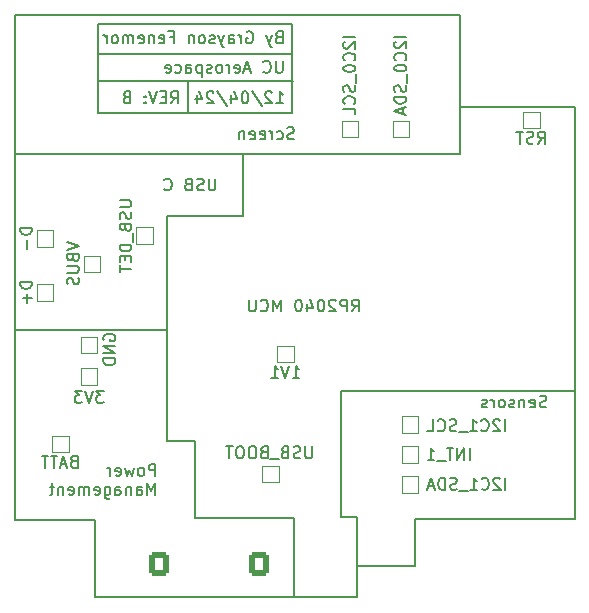
<source format=gbr>
%TF.GenerationSoftware,KiCad,Pcbnew,8.0.1*%
%TF.CreationDate,2024-04-17T00:31:54+12:00*%
%TF.ProjectId,50x50 2 Layer,35307835-3020-4322-904c-617965722e6b,B*%
%TF.SameCoordinates,Original*%
%TF.FileFunction,Legend,Bot*%
%TF.FilePolarity,Positive*%
%FSLAX46Y46*%
G04 Gerber Fmt 4.6, Leading zero omitted, Abs format (unit mm)*
G04 Created by KiCad (PCBNEW 8.0.1) date 2024-04-17 00:31:54*
%MOMM*%
%LPD*%
G01*
G04 APERTURE LIST*
G04 Aperture macros list*
%AMRoundRect*
0 Rectangle with rounded corners*
0 $1 Rounding radius*
0 $2 $3 $4 $5 $6 $7 $8 $9 X,Y pos of 4 corners*
0 Add a 4 corners polygon primitive as box body*
4,1,4,$2,$3,$4,$5,$6,$7,$8,$9,$2,$3,0*
0 Add four circle primitives for the rounded corners*
1,1,$1+$1,$2,$3*
1,1,$1+$1,$4,$5*
1,1,$1+$1,$6,$7*
1,1,$1+$1,$8,$9*
0 Add four rect primitives between the rounded corners*
20,1,$1+$1,$2,$3,$4,$5,0*
20,1,$1+$1,$4,$5,$6,$7,0*
20,1,$1+$1,$6,$7,$8,$9,0*
20,1,$1+$1,$8,$9,$2,$3,0*%
G04 Aperture macros list end*
%ADD10C,0.150000*%
%ADD11C,0.155000*%
%ADD12C,0.120000*%
%ADD13C,3.200000*%
%ADD14R,1.700000X1.700000*%
%ADD15O,1.700000X1.700000*%
%ADD16C,0.650000*%
%ADD17O,2.100000X1.000000*%
%ADD18O,1.800000X1.000000*%
%ADD19RoundRect,0.250000X0.600000X0.750000X-0.600000X0.750000X-0.600000X-0.750000X0.600000X-0.750000X0*%
%ADD20O,1.700000X2.000000*%
%ADD21R,1.000000X1.000000*%
G04 APERTURE END LIST*
D10*
X106045000Y-69469000D02*
X124968000Y-69469000D01*
X125831600Y-80264000D02*
X125831973Y-69469000D01*
X97717671Y-49377600D02*
X78485989Y-49377513D01*
X78485989Y-49377513D02*
X78486000Y-64262000D01*
X106045000Y-80137000D02*
X106045000Y-69469000D01*
X125831600Y-45364400D02*
X116179600Y-45364400D01*
X91313000Y-54610000D02*
X91313000Y-64262000D01*
X101889600Y-40894000D02*
X85445600Y-40894000D01*
X125831600Y-45364400D02*
X125831973Y-69469000D01*
X107442000Y-80137000D02*
X107442000Y-86918800D01*
X78448000Y-37592000D02*
X116155000Y-37592000D01*
X116155000Y-49357000D01*
X78448000Y-49357000D01*
X78448000Y-37592000D01*
X97717671Y-54610000D02*
X97717671Y-49377600D01*
X91313000Y-73660000D02*
X93726000Y-73660000D01*
X93699000Y-80174000D01*
X102099000Y-80174000D01*
X102099000Y-86924000D01*
X85190000Y-86924000D01*
X85217000Y-80391000D01*
X78486000Y-80391000D01*
X78486000Y-64262000D01*
X91313000Y-64262000D01*
X91313000Y-73660000D01*
X93065600Y-43220000D02*
X93065600Y-45820000D01*
X107442000Y-86918800D02*
X102099000Y-86924000D01*
X112318800Y-80264000D02*
X125831600Y-80264000D01*
X97717671Y-54610000D02*
X91313000Y-54610000D01*
X106045000Y-80137000D02*
X107442000Y-80137000D01*
X112318800Y-84277200D02*
X112318800Y-80264000D01*
X101955600Y-43180000D02*
X85445600Y-43180000D01*
X85445600Y-38354000D02*
X101889600Y-38354000D01*
X101889600Y-45878000D01*
X85445600Y-45878000D01*
X85445600Y-38354000D01*
X107442000Y-84277200D02*
X112318800Y-84277200D01*
X124968000Y-69469000D02*
X125831973Y-69469000D01*
D11*
X106973566Y-62705178D02*
X107306899Y-62228987D01*
X107544994Y-62705178D02*
X107544994Y-61705178D01*
X107544994Y-61705178D02*
X107164042Y-61705178D01*
X107164042Y-61705178D02*
X107068804Y-61752797D01*
X107068804Y-61752797D02*
X107021185Y-61800416D01*
X107021185Y-61800416D02*
X106973566Y-61895654D01*
X106973566Y-61895654D02*
X106973566Y-62038511D01*
X106973566Y-62038511D02*
X107021185Y-62133749D01*
X107021185Y-62133749D02*
X107068804Y-62181368D01*
X107068804Y-62181368D02*
X107164042Y-62228987D01*
X107164042Y-62228987D02*
X107544994Y-62228987D01*
X106544994Y-62705178D02*
X106544994Y-61705178D01*
X106544994Y-61705178D02*
X106164042Y-61705178D01*
X106164042Y-61705178D02*
X106068804Y-61752797D01*
X106068804Y-61752797D02*
X106021185Y-61800416D01*
X106021185Y-61800416D02*
X105973566Y-61895654D01*
X105973566Y-61895654D02*
X105973566Y-62038511D01*
X105973566Y-62038511D02*
X106021185Y-62133749D01*
X106021185Y-62133749D02*
X106068804Y-62181368D01*
X106068804Y-62181368D02*
X106164042Y-62228987D01*
X106164042Y-62228987D02*
X106544994Y-62228987D01*
X105592613Y-61800416D02*
X105544994Y-61752797D01*
X105544994Y-61752797D02*
X105449756Y-61705178D01*
X105449756Y-61705178D02*
X105211661Y-61705178D01*
X105211661Y-61705178D02*
X105116423Y-61752797D01*
X105116423Y-61752797D02*
X105068804Y-61800416D01*
X105068804Y-61800416D02*
X105021185Y-61895654D01*
X105021185Y-61895654D02*
X105021185Y-61990892D01*
X105021185Y-61990892D02*
X105068804Y-62133749D01*
X105068804Y-62133749D02*
X105640232Y-62705178D01*
X105640232Y-62705178D02*
X105021185Y-62705178D01*
X104402137Y-61705178D02*
X104306899Y-61705178D01*
X104306899Y-61705178D02*
X104211661Y-61752797D01*
X104211661Y-61752797D02*
X104164042Y-61800416D01*
X104164042Y-61800416D02*
X104116423Y-61895654D01*
X104116423Y-61895654D02*
X104068804Y-62086130D01*
X104068804Y-62086130D02*
X104068804Y-62324225D01*
X104068804Y-62324225D02*
X104116423Y-62514701D01*
X104116423Y-62514701D02*
X104164042Y-62609939D01*
X104164042Y-62609939D02*
X104211661Y-62657559D01*
X104211661Y-62657559D02*
X104306899Y-62705178D01*
X104306899Y-62705178D02*
X104402137Y-62705178D01*
X104402137Y-62705178D02*
X104497375Y-62657559D01*
X104497375Y-62657559D02*
X104544994Y-62609939D01*
X104544994Y-62609939D02*
X104592613Y-62514701D01*
X104592613Y-62514701D02*
X104640232Y-62324225D01*
X104640232Y-62324225D02*
X104640232Y-62086130D01*
X104640232Y-62086130D02*
X104592613Y-61895654D01*
X104592613Y-61895654D02*
X104544994Y-61800416D01*
X104544994Y-61800416D02*
X104497375Y-61752797D01*
X104497375Y-61752797D02*
X104402137Y-61705178D01*
X103211661Y-62038511D02*
X103211661Y-62705178D01*
X103449756Y-61657559D02*
X103687851Y-62371844D01*
X103687851Y-62371844D02*
X103068804Y-62371844D01*
X102497375Y-61705178D02*
X102402137Y-61705178D01*
X102402137Y-61705178D02*
X102306899Y-61752797D01*
X102306899Y-61752797D02*
X102259280Y-61800416D01*
X102259280Y-61800416D02*
X102211661Y-61895654D01*
X102211661Y-61895654D02*
X102164042Y-62086130D01*
X102164042Y-62086130D02*
X102164042Y-62324225D01*
X102164042Y-62324225D02*
X102211661Y-62514701D01*
X102211661Y-62514701D02*
X102259280Y-62609939D01*
X102259280Y-62609939D02*
X102306899Y-62657559D01*
X102306899Y-62657559D02*
X102402137Y-62705178D01*
X102402137Y-62705178D02*
X102497375Y-62705178D01*
X102497375Y-62705178D02*
X102592613Y-62657559D01*
X102592613Y-62657559D02*
X102640232Y-62609939D01*
X102640232Y-62609939D02*
X102687851Y-62514701D01*
X102687851Y-62514701D02*
X102735470Y-62324225D01*
X102735470Y-62324225D02*
X102735470Y-62086130D01*
X102735470Y-62086130D02*
X102687851Y-61895654D01*
X102687851Y-61895654D02*
X102640232Y-61800416D01*
X102640232Y-61800416D02*
X102592613Y-61752797D01*
X102592613Y-61752797D02*
X102497375Y-61705178D01*
X100973565Y-62705178D02*
X100973565Y-61705178D01*
X100973565Y-61705178D02*
X100640232Y-62419463D01*
X100640232Y-62419463D02*
X100306899Y-61705178D01*
X100306899Y-61705178D02*
X100306899Y-62705178D01*
X99259280Y-62609939D02*
X99306899Y-62657559D01*
X99306899Y-62657559D02*
X99449756Y-62705178D01*
X99449756Y-62705178D02*
X99544994Y-62705178D01*
X99544994Y-62705178D02*
X99687851Y-62657559D01*
X99687851Y-62657559D02*
X99783089Y-62562320D01*
X99783089Y-62562320D02*
X99830708Y-62467082D01*
X99830708Y-62467082D02*
X99878327Y-62276606D01*
X99878327Y-62276606D02*
X99878327Y-62133749D01*
X99878327Y-62133749D02*
X99830708Y-61943273D01*
X99830708Y-61943273D02*
X99783089Y-61848035D01*
X99783089Y-61848035D02*
X99687851Y-61752797D01*
X99687851Y-61752797D02*
X99544994Y-61705178D01*
X99544994Y-61705178D02*
X99449756Y-61705178D01*
X99449756Y-61705178D02*
X99306899Y-61752797D01*
X99306899Y-61752797D02*
X99259280Y-61800416D01*
X98830708Y-61705178D02*
X98830708Y-62514701D01*
X98830708Y-62514701D02*
X98783089Y-62609939D01*
X98783089Y-62609939D02*
X98735470Y-62657559D01*
X98735470Y-62657559D02*
X98640232Y-62705178D01*
X98640232Y-62705178D02*
X98449756Y-62705178D01*
X98449756Y-62705178D02*
X98354518Y-62657559D01*
X98354518Y-62657559D02*
X98306899Y-62609939D01*
X98306899Y-62609939D02*
X98259280Y-62514701D01*
X98259280Y-62514701D02*
X98259280Y-61705178D01*
X95429523Y-51449699D02*
X95429523Y-52259222D01*
X95429523Y-52259222D02*
X95381904Y-52354460D01*
X95381904Y-52354460D02*
X95334285Y-52402080D01*
X95334285Y-52402080D02*
X95239047Y-52449699D01*
X95239047Y-52449699D02*
X95048571Y-52449699D01*
X95048571Y-52449699D02*
X94953333Y-52402080D01*
X94953333Y-52402080D02*
X94905714Y-52354460D01*
X94905714Y-52354460D02*
X94858095Y-52259222D01*
X94858095Y-52259222D02*
X94858095Y-51449699D01*
X94429523Y-52402080D02*
X94286666Y-52449699D01*
X94286666Y-52449699D02*
X94048571Y-52449699D01*
X94048571Y-52449699D02*
X93953333Y-52402080D01*
X93953333Y-52402080D02*
X93905714Y-52354460D01*
X93905714Y-52354460D02*
X93858095Y-52259222D01*
X93858095Y-52259222D02*
X93858095Y-52163984D01*
X93858095Y-52163984D02*
X93905714Y-52068746D01*
X93905714Y-52068746D02*
X93953333Y-52021127D01*
X93953333Y-52021127D02*
X94048571Y-51973508D01*
X94048571Y-51973508D02*
X94239047Y-51925889D01*
X94239047Y-51925889D02*
X94334285Y-51878270D01*
X94334285Y-51878270D02*
X94381904Y-51830651D01*
X94381904Y-51830651D02*
X94429523Y-51735413D01*
X94429523Y-51735413D02*
X94429523Y-51640175D01*
X94429523Y-51640175D02*
X94381904Y-51544937D01*
X94381904Y-51544937D02*
X94334285Y-51497318D01*
X94334285Y-51497318D02*
X94239047Y-51449699D01*
X94239047Y-51449699D02*
X94000952Y-51449699D01*
X94000952Y-51449699D02*
X93858095Y-51497318D01*
X93096190Y-51925889D02*
X92953333Y-51973508D01*
X92953333Y-51973508D02*
X92905714Y-52021127D01*
X92905714Y-52021127D02*
X92858095Y-52116365D01*
X92858095Y-52116365D02*
X92858095Y-52259222D01*
X92858095Y-52259222D02*
X92905714Y-52354460D01*
X92905714Y-52354460D02*
X92953333Y-52402080D01*
X92953333Y-52402080D02*
X93048571Y-52449699D01*
X93048571Y-52449699D02*
X93429523Y-52449699D01*
X93429523Y-52449699D02*
X93429523Y-51449699D01*
X93429523Y-51449699D02*
X93096190Y-51449699D01*
X93096190Y-51449699D02*
X93000952Y-51497318D01*
X93000952Y-51497318D02*
X92953333Y-51544937D01*
X92953333Y-51544937D02*
X92905714Y-51640175D01*
X92905714Y-51640175D02*
X92905714Y-51735413D01*
X92905714Y-51735413D02*
X92953333Y-51830651D01*
X92953333Y-51830651D02*
X93000952Y-51878270D01*
X93000952Y-51878270D02*
X93096190Y-51925889D01*
X93096190Y-51925889D02*
X93429523Y-51925889D01*
X91096190Y-52354460D02*
X91143809Y-52402080D01*
X91143809Y-52402080D02*
X91286666Y-52449699D01*
X91286666Y-52449699D02*
X91381904Y-52449699D01*
X91381904Y-52449699D02*
X91524761Y-52402080D01*
X91524761Y-52402080D02*
X91619999Y-52306841D01*
X91619999Y-52306841D02*
X91667618Y-52211603D01*
X91667618Y-52211603D02*
X91715237Y-52021127D01*
X91715237Y-52021127D02*
X91715237Y-51878270D01*
X91715237Y-51878270D02*
X91667618Y-51687794D01*
X91667618Y-51687794D02*
X91619999Y-51592556D01*
X91619999Y-51592556D02*
X91524761Y-51497318D01*
X91524761Y-51497318D02*
X91381904Y-51449699D01*
X91381904Y-51449699D02*
X91286666Y-51449699D01*
X91286666Y-51449699D02*
X91143809Y-51497318D01*
X91143809Y-51497318D02*
X91096190Y-51544937D01*
X101107531Y-41493559D02*
X101107531Y-42303082D01*
X101107531Y-42303082D02*
X101059912Y-42398320D01*
X101059912Y-42398320D02*
X101012293Y-42445940D01*
X101012293Y-42445940D02*
X100917055Y-42493559D01*
X100917055Y-42493559D02*
X100726579Y-42493559D01*
X100726579Y-42493559D02*
X100631341Y-42445940D01*
X100631341Y-42445940D02*
X100583722Y-42398320D01*
X100583722Y-42398320D02*
X100536103Y-42303082D01*
X100536103Y-42303082D02*
X100536103Y-41493559D01*
X99488484Y-42398320D02*
X99536103Y-42445940D01*
X99536103Y-42445940D02*
X99678960Y-42493559D01*
X99678960Y-42493559D02*
X99774198Y-42493559D01*
X99774198Y-42493559D02*
X99917055Y-42445940D01*
X99917055Y-42445940D02*
X100012293Y-42350701D01*
X100012293Y-42350701D02*
X100059912Y-42255463D01*
X100059912Y-42255463D02*
X100107531Y-42064987D01*
X100107531Y-42064987D02*
X100107531Y-41922130D01*
X100107531Y-41922130D02*
X100059912Y-41731654D01*
X100059912Y-41731654D02*
X100012293Y-41636416D01*
X100012293Y-41636416D02*
X99917055Y-41541178D01*
X99917055Y-41541178D02*
X99774198Y-41493559D01*
X99774198Y-41493559D02*
X99678960Y-41493559D01*
X99678960Y-41493559D02*
X99536103Y-41541178D01*
X99536103Y-41541178D02*
X99488484Y-41588797D01*
X98345626Y-42207844D02*
X97869436Y-42207844D01*
X98440864Y-42493559D02*
X98107531Y-41493559D01*
X98107531Y-41493559D02*
X97774198Y-42493559D01*
X97059912Y-42445940D02*
X97155150Y-42493559D01*
X97155150Y-42493559D02*
X97345626Y-42493559D01*
X97345626Y-42493559D02*
X97440864Y-42445940D01*
X97440864Y-42445940D02*
X97488483Y-42350701D01*
X97488483Y-42350701D02*
X97488483Y-41969749D01*
X97488483Y-41969749D02*
X97440864Y-41874511D01*
X97440864Y-41874511D02*
X97345626Y-41826892D01*
X97345626Y-41826892D02*
X97155150Y-41826892D01*
X97155150Y-41826892D02*
X97059912Y-41874511D01*
X97059912Y-41874511D02*
X97012293Y-41969749D01*
X97012293Y-41969749D02*
X97012293Y-42064987D01*
X97012293Y-42064987D02*
X97488483Y-42160225D01*
X96583721Y-42493559D02*
X96583721Y-41826892D01*
X96583721Y-42017368D02*
X96536102Y-41922130D01*
X96536102Y-41922130D02*
X96488483Y-41874511D01*
X96488483Y-41874511D02*
X96393245Y-41826892D01*
X96393245Y-41826892D02*
X96298007Y-41826892D01*
X95821816Y-42493559D02*
X95917054Y-42445940D01*
X95917054Y-42445940D02*
X95964673Y-42398320D01*
X95964673Y-42398320D02*
X96012292Y-42303082D01*
X96012292Y-42303082D02*
X96012292Y-42017368D01*
X96012292Y-42017368D02*
X95964673Y-41922130D01*
X95964673Y-41922130D02*
X95917054Y-41874511D01*
X95917054Y-41874511D02*
X95821816Y-41826892D01*
X95821816Y-41826892D02*
X95678959Y-41826892D01*
X95678959Y-41826892D02*
X95583721Y-41874511D01*
X95583721Y-41874511D02*
X95536102Y-41922130D01*
X95536102Y-41922130D02*
X95488483Y-42017368D01*
X95488483Y-42017368D02*
X95488483Y-42303082D01*
X95488483Y-42303082D02*
X95536102Y-42398320D01*
X95536102Y-42398320D02*
X95583721Y-42445940D01*
X95583721Y-42445940D02*
X95678959Y-42493559D01*
X95678959Y-42493559D02*
X95821816Y-42493559D01*
X95107530Y-42445940D02*
X95012292Y-42493559D01*
X95012292Y-42493559D02*
X94821816Y-42493559D01*
X94821816Y-42493559D02*
X94726578Y-42445940D01*
X94726578Y-42445940D02*
X94678959Y-42350701D01*
X94678959Y-42350701D02*
X94678959Y-42303082D01*
X94678959Y-42303082D02*
X94726578Y-42207844D01*
X94726578Y-42207844D02*
X94821816Y-42160225D01*
X94821816Y-42160225D02*
X94964673Y-42160225D01*
X94964673Y-42160225D02*
X95059911Y-42112606D01*
X95059911Y-42112606D02*
X95107530Y-42017368D01*
X95107530Y-42017368D02*
X95107530Y-41969749D01*
X95107530Y-41969749D02*
X95059911Y-41874511D01*
X95059911Y-41874511D02*
X94964673Y-41826892D01*
X94964673Y-41826892D02*
X94821816Y-41826892D01*
X94821816Y-41826892D02*
X94726578Y-41874511D01*
X94250387Y-41826892D02*
X94250387Y-42826892D01*
X94250387Y-41874511D02*
X94155149Y-41826892D01*
X94155149Y-41826892D02*
X93964673Y-41826892D01*
X93964673Y-41826892D02*
X93869435Y-41874511D01*
X93869435Y-41874511D02*
X93821816Y-41922130D01*
X93821816Y-41922130D02*
X93774197Y-42017368D01*
X93774197Y-42017368D02*
X93774197Y-42303082D01*
X93774197Y-42303082D02*
X93821816Y-42398320D01*
X93821816Y-42398320D02*
X93869435Y-42445940D01*
X93869435Y-42445940D02*
X93964673Y-42493559D01*
X93964673Y-42493559D02*
X94155149Y-42493559D01*
X94155149Y-42493559D02*
X94250387Y-42445940D01*
X92917054Y-42493559D02*
X92917054Y-41969749D01*
X92917054Y-41969749D02*
X92964673Y-41874511D01*
X92964673Y-41874511D02*
X93059911Y-41826892D01*
X93059911Y-41826892D02*
X93250387Y-41826892D01*
X93250387Y-41826892D02*
X93345625Y-41874511D01*
X92917054Y-42445940D02*
X93012292Y-42493559D01*
X93012292Y-42493559D02*
X93250387Y-42493559D01*
X93250387Y-42493559D02*
X93345625Y-42445940D01*
X93345625Y-42445940D02*
X93393244Y-42350701D01*
X93393244Y-42350701D02*
X93393244Y-42255463D01*
X93393244Y-42255463D02*
X93345625Y-42160225D01*
X93345625Y-42160225D02*
X93250387Y-42112606D01*
X93250387Y-42112606D02*
X93012292Y-42112606D01*
X93012292Y-42112606D02*
X92917054Y-42064987D01*
X92012292Y-42445940D02*
X92107530Y-42493559D01*
X92107530Y-42493559D02*
X92298006Y-42493559D01*
X92298006Y-42493559D02*
X92393244Y-42445940D01*
X92393244Y-42445940D02*
X92440863Y-42398320D01*
X92440863Y-42398320D02*
X92488482Y-42303082D01*
X92488482Y-42303082D02*
X92488482Y-42017368D01*
X92488482Y-42017368D02*
X92440863Y-41922130D01*
X92440863Y-41922130D02*
X92393244Y-41874511D01*
X92393244Y-41874511D02*
X92298006Y-41826892D01*
X92298006Y-41826892D02*
X92107530Y-41826892D01*
X92107530Y-41826892D02*
X92012292Y-41874511D01*
X91202768Y-42445940D02*
X91298006Y-42493559D01*
X91298006Y-42493559D02*
X91488482Y-42493559D01*
X91488482Y-42493559D02*
X91583720Y-42445940D01*
X91583720Y-42445940D02*
X91631339Y-42350701D01*
X91631339Y-42350701D02*
X91631339Y-41969749D01*
X91631339Y-41969749D02*
X91583720Y-41874511D01*
X91583720Y-41874511D02*
X91488482Y-41826892D01*
X91488482Y-41826892D02*
X91298006Y-41826892D01*
X91298006Y-41826892D02*
X91202768Y-41874511D01*
X91202768Y-41874511D02*
X91155149Y-41969749D01*
X91155149Y-41969749D02*
X91155149Y-42064987D01*
X91155149Y-42064987D02*
X91631339Y-42160225D01*
X102069550Y-48081940D02*
X101926693Y-48129559D01*
X101926693Y-48129559D02*
X101688598Y-48129559D01*
X101688598Y-48129559D02*
X101593360Y-48081940D01*
X101593360Y-48081940D02*
X101545741Y-48034320D01*
X101545741Y-48034320D02*
X101498122Y-47939082D01*
X101498122Y-47939082D02*
X101498122Y-47843844D01*
X101498122Y-47843844D02*
X101545741Y-47748606D01*
X101545741Y-47748606D02*
X101593360Y-47700987D01*
X101593360Y-47700987D02*
X101688598Y-47653368D01*
X101688598Y-47653368D02*
X101879074Y-47605749D01*
X101879074Y-47605749D02*
X101974312Y-47558130D01*
X101974312Y-47558130D02*
X102021931Y-47510511D01*
X102021931Y-47510511D02*
X102069550Y-47415273D01*
X102069550Y-47415273D02*
X102069550Y-47320035D01*
X102069550Y-47320035D02*
X102021931Y-47224797D01*
X102021931Y-47224797D02*
X101974312Y-47177178D01*
X101974312Y-47177178D02*
X101879074Y-47129559D01*
X101879074Y-47129559D02*
X101640979Y-47129559D01*
X101640979Y-47129559D02*
X101498122Y-47177178D01*
X100640979Y-48081940D02*
X100736217Y-48129559D01*
X100736217Y-48129559D02*
X100926693Y-48129559D01*
X100926693Y-48129559D02*
X101021931Y-48081940D01*
X101021931Y-48081940D02*
X101069550Y-48034320D01*
X101069550Y-48034320D02*
X101117169Y-47939082D01*
X101117169Y-47939082D02*
X101117169Y-47653368D01*
X101117169Y-47653368D02*
X101069550Y-47558130D01*
X101069550Y-47558130D02*
X101021931Y-47510511D01*
X101021931Y-47510511D02*
X100926693Y-47462892D01*
X100926693Y-47462892D02*
X100736217Y-47462892D01*
X100736217Y-47462892D02*
X100640979Y-47510511D01*
X100212407Y-48129559D02*
X100212407Y-47462892D01*
X100212407Y-47653368D02*
X100164788Y-47558130D01*
X100164788Y-47558130D02*
X100117169Y-47510511D01*
X100117169Y-47510511D02*
X100021931Y-47462892D01*
X100021931Y-47462892D02*
X99926693Y-47462892D01*
X99212407Y-48081940D02*
X99307645Y-48129559D01*
X99307645Y-48129559D02*
X99498121Y-48129559D01*
X99498121Y-48129559D02*
X99593359Y-48081940D01*
X99593359Y-48081940D02*
X99640978Y-47986701D01*
X99640978Y-47986701D02*
X99640978Y-47605749D01*
X99640978Y-47605749D02*
X99593359Y-47510511D01*
X99593359Y-47510511D02*
X99498121Y-47462892D01*
X99498121Y-47462892D02*
X99307645Y-47462892D01*
X99307645Y-47462892D02*
X99212407Y-47510511D01*
X99212407Y-47510511D02*
X99164788Y-47605749D01*
X99164788Y-47605749D02*
X99164788Y-47700987D01*
X99164788Y-47700987D02*
X99640978Y-47796225D01*
X98355264Y-48081940D02*
X98450502Y-48129559D01*
X98450502Y-48129559D02*
X98640978Y-48129559D01*
X98640978Y-48129559D02*
X98736216Y-48081940D01*
X98736216Y-48081940D02*
X98783835Y-47986701D01*
X98783835Y-47986701D02*
X98783835Y-47605749D01*
X98783835Y-47605749D02*
X98736216Y-47510511D01*
X98736216Y-47510511D02*
X98640978Y-47462892D01*
X98640978Y-47462892D02*
X98450502Y-47462892D01*
X98450502Y-47462892D02*
X98355264Y-47510511D01*
X98355264Y-47510511D02*
X98307645Y-47605749D01*
X98307645Y-47605749D02*
X98307645Y-47700987D01*
X98307645Y-47700987D02*
X98783835Y-47796225D01*
X97879073Y-47462892D02*
X97879073Y-48129559D01*
X97879073Y-47558130D02*
X97831454Y-47510511D01*
X97831454Y-47510511D02*
X97736216Y-47462892D01*
X97736216Y-47462892D02*
X97593359Y-47462892D01*
X97593359Y-47462892D02*
X97498121Y-47510511D01*
X97498121Y-47510511D02*
X97450502Y-47605749D01*
X97450502Y-47605749D02*
X97450502Y-48129559D01*
X123443550Y-70784940D02*
X123300693Y-70832559D01*
X123300693Y-70832559D02*
X123062598Y-70832559D01*
X123062598Y-70832559D02*
X122967360Y-70784940D01*
X122967360Y-70784940D02*
X122919741Y-70737320D01*
X122919741Y-70737320D02*
X122872122Y-70642082D01*
X122872122Y-70642082D02*
X122872122Y-70546844D01*
X122872122Y-70546844D02*
X122919741Y-70451606D01*
X122919741Y-70451606D02*
X122967360Y-70403987D01*
X122967360Y-70403987D02*
X123062598Y-70356368D01*
X123062598Y-70356368D02*
X123253074Y-70308749D01*
X123253074Y-70308749D02*
X123348312Y-70261130D01*
X123348312Y-70261130D02*
X123395931Y-70213511D01*
X123395931Y-70213511D02*
X123443550Y-70118273D01*
X123443550Y-70118273D02*
X123443550Y-70023035D01*
X123443550Y-70023035D02*
X123395931Y-69927797D01*
X123395931Y-69927797D02*
X123348312Y-69880178D01*
X123348312Y-69880178D02*
X123253074Y-69832559D01*
X123253074Y-69832559D02*
X123014979Y-69832559D01*
X123014979Y-69832559D02*
X122872122Y-69880178D01*
X122062598Y-70784940D02*
X122157836Y-70832559D01*
X122157836Y-70832559D02*
X122348312Y-70832559D01*
X122348312Y-70832559D02*
X122443550Y-70784940D01*
X122443550Y-70784940D02*
X122491169Y-70689701D01*
X122491169Y-70689701D02*
X122491169Y-70308749D01*
X122491169Y-70308749D02*
X122443550Y-70213511D01*
X122443550Y-70213511D02*
X122348312Y-70165892D01*
X122348312Y-70165892D02*
X122157836Y-70165892D01*
X122157836Y-70165892D02*
X122062598Y-70213511D01*
X122062598Y-70213511D02*
X122014979Y-70308749D01*
X122014979Y-70308749D02*
X122014979Y-70403987D01*
X122014979Y-70403987D02*
X122491169Y-70499225D01*
X121586407Y-70165892D02*
X121586407Y-70832559D01*
X121586407Y-70261130D02*
X121538788Y-70213511D01*
X121538788Y-70213511D02*
X121443550Y-70165892D01*
X121443550Y-70165892D02*
X121300693Y-70165892D01*
X121300693Y-70165892D02*
X121205455Y-70213511D01*
X121205455Y-70213511D02*
X121157836Y-70308749D01*
X121157836Y-70308749D02*
X121157836Y-70832559D01*
X120729264Y-70784940D02*
X120634026Y-70832559D01*
X120634026Y-70832559D02*
X120443550Y-70832559D01*
X120443550Y-70832559D02*
X120348312Y-70784940D01*
X120348312Y-70784940D02*
X120300693Y-70689701D01*
X120300693Y-70689701D02*
X120300693Y-70642082D01*
X120300693Y-70642082D02*
X120348312Y-70546844D01*
X120348312Y-70546844D02*
X120443550Y-70499225D01*
X120443550Y-70499225D02*
X120586407Y-70499225D01*
X120586407Y-70499225D02*
X120681645Y-70451606D01*
X120681645Y-70451606D02*
X120729264Y-70356368D01*
X120729264Y-70356368D02*
X120729264Y-70308749D01*
X120729264Y-70308749D02*
X120681645Y-70213511D01*
X120681645Y-70213511D02*
X120586407Y-70165892D01*
X120586407Y-70165892D02*
X120443550Y-70165892D01*
X120443550Y-70165892D02*
X120348312Y-70213511D01*
X119729264Y-70832559D02*
X119824502Y-70784940D01*
X119824502Y-70784940D02*
X119872121Y-70737320D01*
X119872121Y-70737320D02*
X119919740Y-70642082D01*
X119919740Y-70642082D02*
X119919740Y-70356368D01*
X119919740Y-70356368D02*
X119872121Y-70261130D01*
X119872121Y-70261130D02*
X119824502Y-70213511D01*
X119824502Y-70213511D02*
X119729264Y-70165892D01*
X119729264Y-70165892D02*
X119586407Y-70165892D01*
X119586407Y-70165892D02*
X119491169Y-70213511D01*
X119491169Y-70213511D02*
X119443550Y-70261130D01*
X119443550Y-70261130D02*
X119395931Y-70356368D01*
X119395931Y-70356368D02*
X119395931Y-70642082D01*
X119395931Y-70642082D02*
X119443550Y-70737320D01*
X119443550Y-70737320D02*
X119491169Y-70784940D01*
X119491169Y-70784940D02*
X119586407Y-70832559D01*
X119586407Y-70832559D02*
X119729264Y-70832559D01*
X118967359Y-70832559D02*
X118967359Y-70165892D01*
X118967359Y-70356368D02*
X118919740Y-70261130D01*
X118919740Y-70261130D02*
X118872121Y-70213511D01*
X118872121Y-70213511D02*
X118776883Y-70165892D01*
X118776883Y-70165892D02*
X118681645Y-70165892D01*
X118395930Y-70784940D02*
X118300692Y-70832559D01*
X118300692Y-70832559D02*
X118110216Y-70832559D01*
X118110216Y-70832559D02*
X118014978Y-70784940D01*
X118014978Y-70784940D02*
X117967359Y-70689701D01*
X117967359Y-70689701D02*
X117967359Y-70642082D01*
X117967359Y-70642082D02*
X118014978Y-70546844D01*
X118014978Y-70546844D02*
X118110216Y-70499225D01*
X118110216Y-70499225D02*
X118253073Y-70499225D01*
X118253073Y-70499225D02*
X118348311Y-70451606D01*
X118348311Y-70451606D02*
X118395930Y-70356368D01*
X118395930Y-70356368D02*
X118395930Y-70308749D01*
X118395930Y-70308749D02*
X118348311Y-70213511D01*
X118348311Y-70213511D02*
X118253073Y-70165892D01*
X118253073Y-70165892D02*
X118110216Y-70165892D01*
X118110216Y-70165892D02*
X118014978Y-70213511D01*
X100774198Y-39477749D02*
X100631341Y-39525368D01*
X100631341Y-39525368D02*
X100583722Y-39572987D01*
X100583722Y-39572987D02*
X100536103Y-39668225D01*
X100536103Y-39668225D02*
X100536103Y-39811082D01*
X100536103Y-39811082D02*
X100583722Y-39906320D01*
X100583722Y-39906320D02*
X100631341Y-39953940D01*
X100631341Y-39953940D02*
X100726579Y-40001559D01*
X100726579Y-40001559D02*
X101107531Y-40001559D01*
X101107531Y-40001559D02*
X101107531Y-39001559D01*
X101107531Y-39001559D02*
X100774198Y-39001559D01*
X100774198Y-39001559D02*
X100678960Y-39049178D01*
X100678960Y-39049178D02*
X100631341Y-39096797D01*
X100631341Y-39096797D02*
X100583722Y-39192035D01*
X100583722Y-39192035D02*
X100583722Y-39287273D01*
X100583722Y-39287273D02*
X100631341Y-39382511D01*
X100631341Y-39382511D02*
X100678960Y-39430130D01*
X100678960Y-39430130D02*
X100774198Y-39477749D01*
X100774198Y-39477749D02*
X101107531Y-39477749D01*
X100202769Y-39334892D02*
X99964674Y-40001559D01*
X99726579Y-39334892D02*
X99964674Y-40001559D01*
X99964674Y-40001559D02*
X100059912Y-40239654D01*
X100059912Y-40239654D02*
X100107531Y-40287273D01*
X100107531Y-40287273D02*
X100202769Y-40334892D01*
X98059912Y-39049178D02*
X98155150Y-39001559D01*
X98155150Y-39001559D02*
X98298007Y-39001559D01*
X98298007Y-39001559D02*
X98440864Y-39049178D01*
X98440864Y-39049178D02*
X98536102Y-39144416D01*
X98536102Y-39144416D02*
X98583721Y-39239654D01*
X98583721Y-39239654D02*
X98631340Y-39430130D01*
X98631340Y-39430130D02*
X98631340Y-39572987D01*
X98631340Y-39572987D02*
X98583721Y-39763463D01*
X98583721Y-39763463D02*
X98536102Y-39858701D01*
X98536102Y-39858701D02*
X98440864Y-39953940D01*
X98440864Y-39953940D02*
X98298007Y-40001559D01*
X98298007Y-40001559D02*
X98202769Y-40001559D01*
X98202769Y-40001559D02*
X98059912Y-39953940D01*
X98059912Y-39953940D02*
X98012293Y-39906320D01*
X98012293Y-39906320D02*
X98012293Y-39572987D01*
X98012293Y-39572987D02*
X98202769Y-39572987D01*
X97583721Y-40001559D02*
X97583721Y-39334892D01*
X97583721Y-39525368D02*
X97536102Y-39430130D01*
X97536102Y-39430130D02*
X97488483Y-39382511D01*
X97488483Y-39382511D02*
X97393245Y-39334892D01*
X97393245Y-39334892D02*
X97298007Y-39334892D01*
X96536102Y-40001559D02*
X96536102Y-39477749D01*
X96536102Y-39477749D02*
X96583721Y-39382511D01*
X96583721Y-39382511D02*
X96678959Y-39334892D01*
X96678959Y-39334892D02*
X96869435Y-39334892D01*
X96869435Y-39334892D02*
X96964673Y-39382511D01*
X96536102Y-39953940D02*
X96631340Y-40001559D01*
X96631340Y-40001559D02*
X96869435Y-40001559D01*
X96869435Y-40001559D02*
X96964673Y-39953940D01*
X96964673Y-39953940D02*
X97012292Y-39858701D01*
X97012292Y-39858701D02*
X97012292Y-39763463D01*
X97012292Y-39763463D02*
X96964673Y-39668225D01*
X96964673Y-39668225D02*
X96869435Y-39620606D01*
X96869435Y-39620606D02*
X96631340Y-39620606D01*
X96631340Y-39620606D02*
X96536102Y-39572987D01*
X96155149Y-39334892D02*
X95917054Y-40001559D01*
X95678959Y-39334892D02*
X95917054Y-40001559D01*
X95917054Y-40001559D02*
X96012292Y-40239654D01*
X96012292Y-40239654D02*
X96059911Y-40287273D01*
X96059911Y-40287273D02*
X96155149Y-40334892D01*
X95345625Y-39953940D02*
X95250387Y-40001559D01*
X95250387Y-40001559D02*
X95059911Y-40001559D01*
X95059911Y-40001559D02*
X94964673Y-39953940D01*
X94964673Y-39953940D02*
X94917054Y-39858701D01*
X94917054Y-39858701D02*
X94917054Y-39811082D01*
X94917054Y-39811082D02*
X94964673Y-39715844D01*
X94964673Y-39715844D02*
X95059911Y-39668225D01*
X95059911Y-39668225D02*
X95202768Y-39668225D01*
X95202768Y-39668225D02*
X95298006Y-39620606D01*
X95298006Y-39620606D02*
X95345625Y-39525368D01*
X95345625Y-39525368D02*
X95345625Y-39477749D01*
X95345625Y-39477749D02*
X95298006Y-39382511D01*
X95298006Y-39382511D02*
X95202768Y-39334892D01*
X95202768Y-39334892D02*
X95059911Y-39334892D01*
X95059911Y-39334892D02*
X94964673Y-39382511D01*
X94345625Y-40001559D02*
X94440863Y-39953940D01*
X94440863Y-39953940D02*
X94488482Y-39906320D01*
X94488482Y-39906320D02*
X94536101Y-39811082D01*
X94536101Y-39811082D02*
X94536101Y-39525368D01*
X94536101Y-39525368D02*
X94488482Y-39430130D01*
X94488482Y-39430130D02*
X94440863Y-39382511D01*
X94440863Y-39382511D02*
X94345625Y-39334892D01*
X94345625Y-39334892D02*
X94202768Y-39334892D01*
X94202768Y-39334892D02*
X94107530Y-39382511D01*
X94107530Y-39382511D02*
X94059911Y-39430130D01*
X94059911Y-39430130D02*
X94012292Y-39525368D01*
X94012292Y-39525368D02*
X94012292Y-39811082D01*
X94012292Y-39811082D02*
X94059911Y-39906320D01*
X94059911Y-39906320D02*
X94107530Y-39953940D01*
X94107530Y-39953940D02*
X94202768Y-40001559D01*
X94202768Y-40001559D02*
X94345625Y-40001559D01*
X93583720Y-39334892D02*
X93583720Y-40001559D01*
X93583720Y-39430130D02*
X93536101Y-39382511D01*
X93536101Y-39382511D02*
X93440863Y-39334892D01*
X93440863Y-39334892D02*
X93298006Y-39334892D01*
X93298006Y-39334892D02*
X93202768Y-39382511D01*
X93202768Y-39382511D02*
X93155149Y-39477749D01*
X93155149Y-39477749D02*
X93155149Y-40001559D01*
X91583720Y-39477749D02*
X91917053Y-39477749D01*
X91917053Y-40001559D02*
X91917053Y-39001559D01*
X91917053Y-39001559D02*
X91440863Y-39001559D01*
X90678958Y-39953940D02*
X90774196Y-40001559D01*
X90774196Y-40001559D02*
X90964672Y-40001559D01*
X90964672Y-40001559D02*
X91059910Y-39953940D01*
X91059910Y-39953940D02*
X91107529Y-39858701D01*
X91107529Y-39858701D02*
X91107529Y-39477749D01*
X91107529Y-39477749D02*
X91059910Y-39382511D01*
X91059910Y-39382511D02*
X90964672Y-39334892D01*
X90964672Y-39334892D02*
X90774196Y-39334892D01*
X90774196Y-39334892D02*
X90678958Y-39382511D01*
X90678958Y-39382511D02*
X90631339Y-39477749D01*
X90631339Y-39477749D02*
X90631339Y-39572987D01*
X90631339Y-39572987D02*
X91107529Y-39668225D01*
X90202767Y-39334892D02*
X90202767Y-40001559D01*
X90202767Y-39430130D02*
X90155148Y-39382511D01*
X90155148Y-39382511D02*
X90059910Y-39334892D01*
X90059910Y-39334892D02*
X89917053Y-39334892D01*
X89917053Y-39334892D02*
X89821815Y-39382511D01*
X89821815Y-39382511D02*
X89774196Y-39477749D01*
X89774196Y-39477749D02*
X89774196Y-40001559D01*
X88917053Y-39953940D02*
X89012291Y-40001559D01*
X89012291Y-40001559D02*
X89202767Y-40001559D01*
X89202767Y-40001559D02*
X89298005Y-39953940D01*
X89298005Y-39953940D02*
X89345624Y-39858701D01*
X89345624Y-39858701D02*
X89345624Y-39477749D01*
X89345624Y-39477749D02*
X89298005Y-39382511D01*
X89298005Y-39382511D02*
X89202767Y-39334892D01*
X89202767Y-39334892D02*
X89012291Y-39334892D01*
X89012291Y-39334892D02*
X88917053Y-39382511D01*
X88917053Y-39382511D02*
X88869434Y-39477749D01*
X88869434Y-39477749D02*
X88869434Y-39572987D01*
X88869434Y-39572987D02*
X89345624Y-39668225D01*
X88440862Y-40001559D02*
X88440862Y-39334892D01*
X88440862Y-39430130D02*
X88393243Y-39382511D01*
X88393243Y-39382511D02*
X88298005Y-39334892D01*
X88298005Y-39334892D02*
X88155148Y-39334892D01*
X88155148Y-39334892D02*
X88059910Y-39382511D01*
X88059910Y-39382511D02*
X88012291Y-39477749D01*
X88012291Y-39477749D02*
X88012291Y-40001559D01*
X88012291Y-39477749D02*
X87964672Y-39382511D01*
X87964672Y-39382511D02*
X87869434Y-39334892D01*
X87869434Y-39334892D02*
X87726577Y-39334892D01*
X87726577Y-39334892D02*
X87631338Y-39382511D01*
X87631338Y-39382511D02*
X87583719Y-39477749D01*
X87583719Y-39477749D02*
X87583719Y-40001559D01*
X86964672Y-40001559D02*
X87059910Y-39953940D01*
X87059910Y-39953940D02*
X87107529Y-39906320D01*
X87107529Y-39906320D02*
X87155148Y-39811082D01*
X87155148Y-39811082D02*
X87155148Y-39525368D01*
X87155148Y-39525368D02*
X87107529Y-39430130D01*
X87107529Y-39430130D02*
X87059910Y-39382511D01*
X87059910Y-39382511D02*
X86964672Y-39334892D01*
X86964672Y-39334892D02*
X86821815Y-39334892D01*
X86821815Y-39334892D02*
X86726577Y-39382511D01*
X86726577Y-39382511D02*
X86678958Y-39430130D01*
X86678958Y-39430130D02*
X86631339Y-39525368D01*
X86631339Y-39525368D02*
X86631339Y-39811082D01*
X86631339Y-39811082D02*
X86678958Y-39906320D01*
X86678958Y-39906320D02*
X86726577Y-39953940D01*
X86726577Y-39953940D02*
X86821815Y-40001559D01*
X86821815Y-40001559D02*
X86964672Y-40001559D01*
X86202767Y-40001559D02*
X86202767Y-39334892D01*
X86202767Y-39525368D02*
X86155148Y-39430130D01*
X86155148Y-39430130D02*
X86107529Y-39382511D01*
X86107529Y-39382511D02*
X86012291Y-39334892D01*
X86012291Y-39334892D02*
X85917053Y-39334892D01*
X100583722Y-45081559D02*
X101155150Y-45081559D01*
X100869436Y-45081559D02*
X100869436Y-44081559D01*
X100869436Y-44081559D02*
X100964674Y-44224416D01*
X100964674Y-44224416D02*
X101059912Y-44319654D01*
X101059912Y-44319654D02*
X101155150Y-44367273D01*
X100202769Y-44176797D02*
X100155150Y-44129178D01*
X100155150Y-44129178D02*
X100059912Y-44081559D01*
X100059912Y-44081559D02*
X99821817Y-44081559D01*
X99821817Y-44081559D02*
X99726579Y-44129178D01*
X99726579Y-44129178D02*
X99678960Y-44176797D01*
X99678960Y-44176797D02*
X99631341Y-44272035D01*
X99631341Y-44272035D02*
X99631341Y-44367273D01*
X99631341Y-44367273D02*
X99678960Y-44510130D01*
X99678960Y-44510130D02*
X100250388Y-45081559D01*
X100250388Y-45081559D02*
X99631341Y-45081559D01*
X98488484Y-44033940D02*
X99345626Y-45319654D01*
X97964674Y-44081559D02*
X97869436Y-44081559D01*
X97869436Y-44081559D02*
X97774198Y-44129178D01*
X97774198Y-44129178D02*
X97726579Y-44176797D01*
X97726579Y-44176797D02*
X97678960Y-44272035D01*
X97678960Y-44272035D02*
X97631341Y-44462511D01*
X97631341Y-44462511D02*
X97631341Y-44700606D01*
X97631341Y-44700606D02*
X97678960Y-44891082D01*
X97678960Y-44891082D02*
X97726579Y-44986320D01*
X97726579Y-44986320D02*
X97774198Y-45033940D01*
X97774198Y-45033940D02*
X97869436Y-45081559D01*
X97869436Y-45081559D02*
X97964674Y-45081559D01*
X97964674Y-45081559D02*
X98059912Y-45033940D01*
X98059912Y-45033940D02*
X98107531Y-44986320D01*
X98107531Y-44986320D02*
X98155150Y-44891082D01*
X98155150Y-44891082D02*
X98202769Y-44700606D01*
X98202769Y-44700606D02*
X98202769Y-44462511D01*
X98202769Y-44462511D02*
X98155150Y-44272035D01*
X98155150Y-44272035D02*
X98107531Y-44176797D01*
X98107531Y-44176797D02*
X98059912Y-44129178D01*
X98059912Y-44129178D02*
X97964674Y-44081559D01*
X96774198Y-44414892D02*
X96774198Y-45081559D01*
X97012293Y-44033940D02*
X97250388Y-44748225D01*
X97250388Y-44748225D02*
X96631341Y-44748225D01*
X95536103Y-44033940D02*
X96393245Y-45319654D01*
X95250388Y-44176797D02*
X95202769Y-44129178D01*
X95202769Y-44129178D02*
X95107531Y-44081559D01*
X95107531Y-44081559D02*
X94869436Y-44081559D01*
X94869436Y-44081559D02*
X94774198Y-44129178D01*
X94774198Y-44129178D02*
X94726579Y-44176797D01*
X94726579Y-44176797D02*
X94678960Y-44272035D01*
X94678960Y-44272035D02*
X94678960Y-44367273D01*
X94678960Y-44367273D02*
X94726579Y-44510130D01*
X94726579Y-44510130D02*
X95298007Y-45081559D01*
X95298007Y-45081559D02*
X94678960Y-45081559D01*
X93821817Y-44414892D02*
X93821817Y-45081559D01*
X94059912Y-44033940D02*
X94298007Y-44748225D01*
X94298007Y-44748225D02*
X93678960Y-44748225D01*
X90337931Y-76618615D02*
X90337931Y-75618615D01*
X90337931Y-75618615D02*
X89956979Y-75618615D01*
X89956979Y-75618615D02*
X89861741Y-75666234D01*
X89861741Y-75666234D02*
X89814122Y-75713853D01*
X89814122Y-75713853D02*
X89766503Y-75809091D01*
X89766503Y-75809091D02*
X89766503Y-75951948D01*
X89766503Y-75951948D02*
X89814122Y-76047186D01*
X89814122Y-76047186D02*
X89861741Y-76094805D01*
X89861741Y-76094805D02*
X89956979Y-76142424D01*
X89956979Y-76142424D02*
X90337931Y-76142424D01*
X89195074Y-76618615D02*
X89290312Y-76570996D01*
X89290312Y-76570996D02*
X89337931Y-76523376D01*
X89337931Y-76523376D02*
X89385550Y-76428138D01*
X89385550Y-76428138D02*
X89385550Y-76142424D01*
X89385550Y-76142424D02*
X89337931Y-76047186D01*
X89337931Y-76047186D02*
X89290312Y-75999567D01*
X89290312Y-75999567D02*
X89195074Y-75951948D01*
X89195074Y-75951948D02*
X89052217Y-75951948D01*
X89052217Y-75951948D02*
X88956979Y-75999567D01*
X88956979Y-75999567D02*
X88909360Y-76047186D01*
X88909360Y-76047186D02*
X88861741Y-76142424D01*
X88861741Y-76142424D02*
X88861741Y-76428138D01*
X88861741Y-76428138D02*
X88909360Y-76523376D01*
X88909360Y-76523376D02*
X88956979Y-76570996D01*
X88956979Y-76570996D02*
X89052217Y-76618615D01*
X89052217Y-76618615D02*
X89195074Y-76618615D01*
X88528407Y-75951948D02*
X88337931Y-76618615D01*
X88337931Y-76618615D02*
X88147455Y-76142424D01*
X88147455Y-76142424D02*
X87956979Y-76618615D01*
X87956979Y-76618615D02*
X87766503Y-75951948D01*
X87004598Y-76570996D02*
X87099836Y-76618615D01*
X87099836Y-76618615D02*
X87290312Y-76618615D01*
X87290312Y-76618615D02*
X87385550Y-76570996D01*
X87385550Y-76570996D02*
X87433169Y-76475757D01*
X87433169Y-76475757D02*
X87433169Y-76094805D01*
X87433169Y-76094805D02*
X87385550Y-75999567D01*
X87385550Y-75999567D02*
X87290312Y-75951948D01*
X87290312Y-75951948D02*
X87099836Y-75951948D01*
X87099836Y-75951948D02*
X87004598Y-75999567D01*
X87004598Y-75999567D02*
X86956979Y-76094805D01*
X86956979Y-76094805D02*
X86956979Y-76190043D01*
X86956979Y-76190043D02*
X87433169Y-76285281D01*
X86528407Y-76618615D02*
X86528407Y-75951948D01*
X86528407Y-76142424D02*
X86480788Y-76047186D01*
X86480788Y-76047186D02*
X86433169Y-75999567D01*
X86433169Y-75999567D02*
X86337931Y-75951948D01*
X86337931Y-75951948D02*
X86242693Y-75951948D01*
X90337931Y-78228559D02*
X90337931Y-77228559D01*
X90337931Y-77228559D02*
X90004598Y-77942844D01*
X90004598Y-77942844D02*
X89671265Y-77228559D01*
X89671265Y-77228559D02*
X89671265Y-78228559D01*
X88766503Y-78228559D02*
X88766503Y-77704749D01*
X88766503Y-77704749D02*
X88814122Y-77609511D01*
X88814122Y-77609511D02*
X88909360Y-77561892D01*
X88909360Y-77561892D02*
X89099836Y-77561892D01*
X89099836Y-77561892D02*
X89195074Y-77609511D01*
X88766503Y-78180940D02*
X88861741Y-78228559D01*
X88861741Y-78228559D02*
X89099836Y-78228559D01*
X89099836Y-78228559D02*
X89195074Y-78180940D01*
X89195074Y-78180940D02*
X89242693Y-78085701D01*
X89242693Y-78085701D02*
X89242693Y-77990463D01*
X89242693Y-77990463D02*
X89195074Y-77895225D01*
X89195074Y-77895225D02*
X89099836Y-77847606D01*
X89099836Y-77847606D02*
X88861741Y-77847606D01*
X88861741Y-77847606D02*
X88766503Y-77799987D01*
X88290312Y-77561892D02*
X88290312Y-78228559D01*
X88290312Y-77657130D02*
X88242693Y-77609511D01*
X88242693Y-77609511D02*
X88147455Y-77561892D01*
X88147455Y-77561892D02*
X88004598Y-77561892D01*
X88004598Y-77561892D02*
X87909360Y-77609511D01*
X87909360Y-77609511D02*
X87861741Y-77704749D01*
X87861741Y-77704749D02*
X87861741Y-78228559D01*
X86956979Y-78228559D02*
X86956979Y-77704749D01*
X86956979Y-77704749D02*
X87004598Y-77609511D01*
X87004598Y-77609511D02*
X87099836Y-77561892D01*
X87099836Y-77561892D02*
X87290312Y-77561892D01*
X87290312Y-77561892D02*
X87385550Y-77609511D01*
X86956979Y-78180940D02*
X87052217Y-78228559D01*
X87052217Y-78228559D02*
X87290312Y-78228559D01*
X87290312Y-78228559D02*
X87385550Y-78180940D01*
X87385550Y-78180940D02*
X87433169Y-78085701D01*
X87433169Y-78085701D02*
X87433169Y-77990463D01*
X87433169Y-77990463D02*
X87385550Y-77895225D01*
X87385550Y-77895225D02*
X87290312Y-77847606D01*
X87290312Y-77847606D02*
X87052217Y-77847606D01*
X87052217Y-77847606D02*
X86956979Y-77799987D01*
X86052217Y-77561892D02*
X86052217Y-78371416D01*
X86052217Y-78371416D02*
X86099836Y-78466654D01*
X86099836Y-78466654D02*
X86147455Y-78514273D01*
X86147455Y-78514273D02*
X86242693Y-78561892D01*
X86242693Y-78561892D02*
X86385550Y-78561892D01*
X86385550Y-78561892D02*
X86480788Y-78514273D01*
X86052217Y-78180940D02*
X86147455Y-78228559D01*
X86147455Y-78228559D02*
X86337931Y-78228559D01*
X86337931Y-78228559D02*
X86433169Y-78180940D01*
X86433169Y-78180940D02*
X86480788Y-78133320D01*
X86480788Y-78133320D02*
X86528407Y-78038082D01*
X86528407Y-78038082D02*
X86528407Y-77752368D01*
X86528407Y-77752368D02*
X86480788Y-77657130D01*
X86480788Y-77657130D02*
X86433169Y-77609511D01*
X86433169Y-77609511D02*
X86337931Y-77561892D01*
X86337931Y-77561892D02*
X86147455Y-77561892D01*
X86147455Y-77561892D02*
X86052217Y-77609511D01*
X85195074Y-78180940D02*
X85290312Y-78228559D01*
X85290312Y-78228559D02*
X85480788Y-78228559D01*
X85480788Y-78228559D02*
X85576026Y-78180940D01*
X85576026Y-78180940D02*
X85623645Y-78085701D01*
X85623645Y-78085701D02*
X85623645Y-77704749D01*
X85623645Y-77704749D02*
X85576026Y-77609511D01*
X85576026Y-77609511D02*
X85480788Y-77561892D01*
X85480788Y-77561892D02*
X85290312Y-77561892D01*
X85290312Y-77561892D02*
X85195074Y-77609511D01*
X85195074Y-77609511D02*
X85147455Y-77704749D01*
X85147455Y-77704749D02*
X85147455Y-77799987D01*
X85147455Y-77799987D02*
X85623645Y-77895225D01*
X84718883Y-78228559D02*
X84718883Y-77561892D01*
X84718883Y-77657130D02*
X84671264Y-77609511D01*
X84671264Y-77609511D02*
X84576026Y-77561892D01*
X84576026Y-77561892D02*
X84433169Y-77561892D01*
X84433169Y-77561892D02*
X84337931Y-77609511D01*
X84337931Y-77609511D02*
X84290312Y-77704749D01*
X84290312Y-77704749D02*
X84290312Y-78228559D01*
X84290312Y-77704749D02*
X84242693Y-77609511D01*
X84242693Y-77609511D02*
X84147455Y-77561892D01*
X84147455Y-77561892D02*
X84004598Y-77561892D01*
X84004598Y-77561892D02*
X83909359Y-77609511D01*
X83909359Y-77609511D02*
X83861740Y-77704749D01*
X83861740Y-77704749D02*
X83861740Y-78228559D01*
X83004598Y-78180940D02*
X83099836Y-78228559D01*
X83099836Y-78228559D02*
X83290312Y-78228559D01*
X83290312Y-78228559D02*
X83385550Y-78180940D01*
X83385550Y-78180940D02*
X83433169Y-78085701D01*
X83433169Y-78085701D02*
X83433169Y-77704749D01*
X83433169Y-77704749D02*
X83385550Y-77609511D01*
X83385550Y-77609511D02*
X83290312Y-77561892D01*
X83290312Y-77561892D02*
X83099836Y-77561892D01*
X83099836Y-77561892D02*
X83004598Y-77609511D01*
X83004598Y-77609511D02*
X82956979Y-77704749D01*
X82956979Y-77704749D02*
X82956979Y-77799987D01*
X82956979Y-77799987D02*
X83433169Y-77895225D01*
X82528407Y-77561892D02*
X82528407Y-78228559D01*
X82528407Y-77657130D02*
X82480788Y-77609511D01*
X82480788Y-77609511D02*
X82385550Y-77561892D01*
X82385550Y-77561892D02*
X82242693Y-77561892D01*
X82242693Y-77561892D02*
X82147455Y-77609511D01*
X82147455Y-77609511D02*
X82099836Y-77704749D01*
X82099836Y-77704749D02*
X82099836Y-78228559D01*
X81766502Y-77561892D02*
X81385550Y-77561892D01*
X81623645Y-77228559D02*
X81623645Y-78085701D01*
X81623645Y-78085701D02*
X81576026Y-78180940D01*
X81576026Y-78180940D02*
X81480788Y-78228559D01*
X81480788Y-78228559D02*
X81385550Y-78228559D01*
X91646103Y-45081559D02*
X91979436Y-44605368D01*
X92217531Y-45081559D02*
X92217531Y-44081559D01*
X92217531Y-44081559D02*
X91836579Y-44081559D01*
X91836579Y-44081559D02*
X91741341Y-44129178D01*
X91741341Y-44129178D02*
X91693722Y-44176797D01*
X91693722Y-44176797D02*
X91646103Y-44272035D01*
X91646103Y-44272035D02*
X91646103Y-44414892D01*
X91646103Y-44414892D02*
X91693722Y-44510130D01*
X91693722Y-44510130D02*
X91741341Y-44557749D01*
X91741341Y-44557749D02*
X91836579Y-44605368D01*
X91836579Y-44605368D02*
X92217531Y-44605368D01*
X91217531Y-44557749D02*
X90884198Y-44557749D01*
X90741341Y-45081559D02*
X91217531Y-45081559D01*
X91217531Y-45081559D02*
X91217531Y-44081559D01*
X91217531Y-44081559D02*
X90741341Y-44081559D01*
X90455626Y-44081559D02*
X90122293Y-45081559D01*
X90122293Y-45081559D02*
X89788960Y-44081559D01*
X89455626Y-44986320D02*
X89408007Y-45033940D01*
X89408007Y-45033940D02*
X89455626Y-45081559D01*
X89455626Y-45081559D02*
X89503245Y-45033940D01*
X89503245Y-45033940D02*
X89455626Y-44986320D01*
X89455626Y-44986320D02*
X89455626Y-45081559D01*
X89455626Y-44462511D02*
X89408007Y-44510130D01*
X89408007Y-44510130D02*
X89455626Y-44557749D01*
X89455626Y-44557749D02*
X89503245Y-44510130D01*
X89503245Y-44510130D02*
X89455626Y-44462511D01*
X89455626Y-44462511D02*
X89455626Y-44557749D01*
X87884198Y-44557749D02*
X87741341Y-44605368D01*
X87741341Y-44605368D02*
X87693722Y-44652987D01*
X87693722Y-44652987D02*
X87646103Y-44748225D01*
X87646103Y-44748225D02*
X87646103Y-44891082D01*
X87646103Y-44891082D02*
X87693722Y-44986320D01*
X87693722Y-44986320D02*
X87741341Y-45033940D01*
X87741341Y-45033940D02*
X87836579Y-45081559D01*
X87836579Y-45081559D02*
X88217531Y-45081559D01*
X88217531Y-45081559D02*
X88217531Y-44081559D01*
X88217531Y-44081559D02*
X87884198Y-44081559D01*
X87884198Y-44081559D02*
X87788960Y-44129178D01*
X87788960Y-44129178D02*
X87741341Y-44176797D01*
X87741341Y-44176797D02*
X87693722Y-44272035D01*
X87693722Y-44272035D02*
X87693722Y-44367273D01*
X87693722Y-44367273D02*
X87741341Y-44462511D01*
X87741341Y-44462511D02*
X87788960Y-44510130D01*
X87788960Y-44510130D02*
X87884198Y-44557749D01*
X87884198Y-44557749D02*
X88217531Y-44557749D01*
X116950904Y-75257559D02*
X116950904Y-74257559D01*
X116474714Y-75257559D02*
X116474714Y-74257559D01*
X116474714Y-74257559D02*
X115903286Y-75257559D01*
X115903286Y-75257559D02*
X115903286Y-74257559D01*
X115569952Y-74257559D02*
X114998524Y-74257559D01*
X115284238Y-75257559D02*
X115284238Y-74257559D01*
X114903286Y-75352797D02*
X114141381Y-75352797D01*
X113379476Y-75257559D02*
X113950904Y-75257559D01*
X113665190Y-75257559D02*
X113665190Y-74257559D01*
X113665190Y-74257559D02*
X113760428Y-74400416D01*
X113760428Y-74400416D02*
X113855666Y-74495654D01*
X113855666Y-74495654D02*
X113950904Y-74543273D01*
X79879759Y-60206048D02*
X78879759Y-60206048D01*
X78879759Y-60206048D02*
X78879759Y-60444143D01*
X78879759Y-60444143D02*
X78927378Y-60587000D01*
X78927378Y-60587000D02*
X79022616Y-60682238D01*
X79022616Y-60682238D02*
X79117854Y-60729857D01*
X79117854Y-60729857D02*
X79308330Y-60777476D01*
X79308330Y-60777476D02*
X79451187Y-60777476D01*
X79451187Y-60777476D02*
X79641663Y-60729857D01*
X79641663Y-60729857D02*
X79736901Y-60682238D01*
X79736901Y-60682238D02*
X79832140Y-60587000D01*
X79832140Y-60587000D02*
X79879759Y-60444143D01*
X79879759Y-60444143D02*
X79879759Y-60206048D01*
X79498806Y-61206048D02*
X79498806Y-61967953D01*
X79879759Y-61587000D02*
X79117854Y-61587000D01*
X85989178Y-65151095D02*
X85941559Y-65055857D01*
X85941559Y-65055857D02*
X85941559Y-64913000D01*
X85941559Y-64913000D02*
X85989178Y-64770143D01*
X85989178Y-64770143D02*
X86084416Y-64674905D01*
X86084416Y-64674905D02*
X86179654Y-64627286D01*
X86179654Y-64627286D02*
X86370130Y-64579667D01*
X86370130Y-64579667D02*
X86512987Y-64579667D01*
X86512987Y-64579667D02*
X86703463Y-64627286D01*
X86703463Y-64627286D02*
X86798701Y-64674905D01*
X86798701Y-64674905D02*
X86893940Y-64770143D01*
X86893940Y-64770143D02*
X86941559Y-64913000D01*
X86941559Y-64913000D02*
X86941559Y-65008238D01*
X86941559Y-65008238D02*
X86893940Y-65151095D01*
X86893940Y-65151095D02*
X86846320Y-65198714D01*
X86846320Y-65198714D02*
X86512987Y-65198714D01*
X86512987Y-65198714D02*
X86512987Y-65008238D01*
X86941559Y-65627286D02*
X85941559Y-65627286D01*
X85941559Y-65627286D02*
X86941559Y-66198714D01*
X86941559Y-66198714D02*
X85941559Y-66198714D01*
X86941559Y-66674905D02*
X85941559Y-66674905D01*
X85941559Y-66674905D02*
X85941559Y-66913000D01*
X85941559Y-66913000D02*
X85989178Y-67055857D01*
X85989178Y-67055857D02*
X86084416Y-67151095D01*
X86084416Y-67151095D02*
X86179654Y-67198714D01*
X86179654Y-67198714D02*
X86370130Y-67246333D01*
X86370130Y-67246333D02*
X86512987Y-67246333D01*
X86512987Y-67246333D02*
X86703463Y-67198714D01*
X86703463Y-67198714D02*
X86798701Y-67151095D01*
X86798701Y-67151095D02*
X86893940Y-67055857D01*
X86893940Y-67055857D02*
X86941559Y-66913000D01*
X86941559Y-66913000D02*
X86941559Y-66674905D01*
X111579559Y-39433905D02*
X110579559Y-39433905D01*
X110674797Y-39862476D02*
X110627178Y-39910095D01*
X110627178Y-39910095D02*
X110579559Y-40005333D01*
X110579559Y-40005333D02*
X110579559Y-40243428D01*
X110579559Y-40243428D02*
X110627178Y-40338666D01*
X110627178Y-40338666D02*
X110674797Y-40386285D01*
X110674797Y-40386285D02*
X110770035Y-40433904D01*
X110770035Y-40433904D02*
X110865273Y-40433904D01*
X110865273Y-40433904D02*
X111008130Y-40386285D01*
X111008130Y-40386285D02*
X111579559Y-39814857D01*
X111579559Y-39814857D02*
X111579559Y-40433904D01*
X111484320Y-41433904D02*
X111531940Y-41386285D01*
X111531940Y-41386285D02*
X111579559Y-41243428D01*
X111579559Y-41243428D02*
X111579559Y-41148190D01*
X111579559Y-41148190D02*
X111531940Y-41005333D01*
X111531940Y-41005333D02*
X111436701Y-40910095D01*
X111436701Y-40910095D02*
X111341463Y-40862476D01*
X111341463Y-40862476D02*
X111150987Y-40814857D01*
X111150987Y-40814857D02*
X111008130Y-40814857D01*
X111008130Y-40814857D02*
X110817654Y-40862476D01*
X110817654Y-40862476D02*
X110722416Y-40910095D01*
X110722416Y-40910095D02*
X110627178Y-41005333D01*
X110627178Y-41005333D02*
X110579559Y-41148190D01*
X110579559Y-41148190D02*
X110579559Y-41243428D01*
X110579559Y-41243428D02*
X110627178Y-41386285D01*
X110627178Y-41386285D02*
X110674797Y-41433904D01*
X110579559Y-42052952D02*
X110579559Y-42148190D01*
X110579559Y-42148190D02*
X110627178Y-42243428D01*
X110627178Y-42243428D02*
X110674797Y-42291047D01*
X110674797Y-42291047D02*
X110770035Y-42338666D01*
X110770035Y-42338666D02*
X110960511Y-42386285D01*
X110960511Y-42386285D02*
X111198606Y-42386285D01*
X111198606Y-42386285D02*
X111389082Y-42338666D01*
X111389082Y-42338666D02*
X111484320Y-42291047D01*
X111484320Y-42291047D02*
X111531940Y-42243428D01*
X111531940Y-42243428D02*
X111579559Y-42148190D01*
X111579559Y-42148190D02*
X111579559Y-42052952D01*
X111579559Y-42052952D02*
X111531940Y-41957714D01*
X111531940Y-41957714D02*
X111484320Y-41910095D01*
X111484320Y-41910095D02*
X111389082Y-41862476D01*
X111389082Y-41862476D02*
X111198606Y-41814857D01*
X111198606Y-41814857D02*
X110960511Y-41814857D01*
X110960511Y-41814857D02*
X110770035Y-41862476D01*
X110770035Y-41862476D02*
X110674797Y-41910095D01*
X110674797Y-41910095D02*
X110627178Y-41957714D01*
X110627178Y-41957714D02*
X110579559Y-42052952D01*
X111674797Y-42576762D02*
X111674797Y-43338666D01*
X111531940Y-43529143D02*
X111579559Y-43672000D01*
X111579559Y-43672000D02*
X111579559Y-43910095D01*
X111579559Y-43910095D02*
X111531940Y-44005333D01*
X111531940Y-44005333D02*
X111484320Y-44052952D01*
X111484320Y-44052952D02*
X111389082Y-44100571D01*
X111389082Y-44100571D02*
X111293844Y-44100571D01*
X111293844Y-44100571D02*
X111198606Y-44052952D01*
X111198606Y-44052952D02*
X111150987Y-44005333D01*
X111150987Y-44005333D02*
X111103368Y-43910095D01*
X111103368Y-43910095D02*
X111055749Y-43719619D01*
X111055749Y-43719619D02*
X111008130Y-43624381D01*
X111008130Y-43624381D02*
X110960511Y-43576762D01*
X110960511Y-43576762D02*
X110865273Y-43529143D01*
X110865273Y-43529143D02*
X110770035Y-43529143D01*
X110770035Y-43529143D02*
X110674797Y-43576762D01*
X110674797Y-43576762D02*
X110627178Y-43624381D01*
X110627178Y-43624381D02*
X110579559Y-43719619D01*
X110579559Y-43719619D02*
X110579559Y-43957714D01*
X110579559Y-43957714D02*
X110627178Y-44100571D01*
X111579559Y-44529143D02*
X110579559Y-44529143D01*
X110579559Y-44529143D02*
X110579559Y-44767238D01*
X110579559Y-44767238D02*
X110627178Y-44910095D01*
X110627178Y-44910095D02*
X110722416Y-45005333D01*
X110722416Y-45005333D02*
X110817654Y-45052952D01*
X110817654Y-45052952D02*
X111008130Y-45100571D01*
X111008130Y-45100571D02*
X111150987Y-45100571D01*
X111150987Y-45100571D02*
X111341463Y-45052952D01*
X111341463Y-45052952D02*
X111436701Y-45005333D01*
X111436701Y-45005333D02*
X111531940Y-44910095D01*
X111531940Y-44910095D02*
X111579559Y-44767238D01*
X111579559Y-44767238D02*
X111579559Y-44529143D01*
X111293844Y-45481524D02*
X111293844Y-45957714D01*
X111579559Y-45386286D02*
X110579559Y-45719619D01*
X110579559Y-45719619D02*
X111579559Y-46052952D01*
X87312559Y-53284809D02*
X88122082Y-53284809D01*
X88122082Y-53284809D02*
X88217320Y-53332428D01*
X88217320Y-53332428D02*
X88264940Y-53380047D01*
X88264940Y-53380047D02*
X88312559Y-53475285D01*
X88312559Y-53475285D02*
X88312559Y-53665761D01*
X88312559Y-53665761D02*
X88264940Y-53760999D01*
X88264940Y-53760999D02*
X88217320Y-53808618D01*
X88217320Y-53808618D02*
X88122082Y-53856237D01*
X88122082Y-53856237D02*
X87312559Y-53856237D01*
X88264940Y-54284809D02*
X88312559Y-54427666D01*
X88312559Y-54427666D02*
X88312559Y-54665761D01*
X88312559Y-54665761D02*
X88264940Y-54760999D01*
X88264940Y-54760999D02*
X88217320Y-54808618D01*
X88217320Y-54808618D02*
X88122082Y-54856237D01*
X88122082Y-54856237D02*
X88026844Y-54856237D01*
X88026844Y-54856237D02*
X87931606Y-54808618D01*
X87931606Y-54808618D02*
X87883987Y-54760999D01*
X87883987Y-54760999D02*
X87836368Y-54665761D01*
X87836368Y-54665761D02*
X87788749Y-54475285D01*
X87788749Y-54475285D02*
X87741130Y-54380047D01*
X87741130Y-54380047D02*
X87693511Y-54332428D01*
X87693511Y-54332428D02*
X87598273Y-54284809D01*
X87598273Y-54284809D02*
X87503035Y-54284809D01*
X87503035Y-54284809D02*
X87407797Y-54332428D01*
X87407797Y-54332428D02*
X87360178Y-54380047D01*
X87360178Y-54380047D02*
X87312559Y-54475285D01*
X87312559Y-54475285D02*
X87312559Y-54713380D01*
X87312559Y-54713380D02*
X87360178Y-54856237D01*
X87788749Y-55618142D02*
X87836368Y-55760999D01*
X87836368Y-55760999D02*
X87883987Y-55808618D01*
X87883987Y-55808618D02*
X87979225Y-55856237D01*
X87979225Y-55856237D02*
X88122082Y-55856237D01*
X88122082Y-55856237D02*
X88217320Y-55808618D01*
X88217320Y-55808618D02*
X88264940Y-55760999D01*
X88264940Y-55760999D02*
X88312559Y-55665761D01*
X88312559Y-55665761D02*
X88312559Y-55284809D01*
X88312559Y-55284809D02*
X87312559Y-55284809D01*
X87312559Y-55284809D02*
X87312559Y-55618142D01*
X87312559Y-55618142D02*
X87360178Y-55713380D01*
X87360178Y-55713380D02*
X87407797Y-55760999D01*
X87407797Y-55760999D02*
X87503035Y-55808618D01*
X87503035Y-55808618D02*
X87598273Y-55808618D01*
X87598273Y-55808618D02*
X87693511Y-55760999D01*
X87693511Y-55760999D02*
X87741130Y-55713380D01*
X87741130Y-55713380D02*
X87788749Y-55618142D01*
X87788749Y-55618142D02*
X87788749Y-55284809D01*
X88407797Y-56046714D02*
X88407797Y-56808618D01*
X88312559Y-57046714D02*
X87312559Y-57046714D01*
X87312559Y-57046714D02*
X87312559Y-57284809D01*
X87312559Y-57284809D02*
X87360178Y-57427666D01*
X87360178Y-57427666D02*
X87455416Y-57522904D01*
X87455416Y-57522904D02*
X87550654Y-57570523D01*
X87550654Y-57570523D02*
X87741130Y-57618142D01*
X87741130Y-57618142D02*
X87883987Y-57618142D01*
X87883987Y-57618142D02*
X88074463Y-57570523D01*
X88074463Y-57570523D02*
X88169701Y-57522904D01*
X88169701Y-57522904D02*
X88264940Y-57427666D01*
X88264940Y-57427666D02*
X88312559Y-57284809D01*
X88312559Y-57284809D02*
X88312559Y-57046714D01*
X87788749Y-58046714D02*
X87788749Y-58380047D01*
X88312559Y-58522904D02*
X88312559Y-58046714D01*
X88312559Y-58046714D02*
X87312559Y-58046714D01*
X87312559Y-58046714D02*
X87312559Y-58522904D01*
X87312559Y-58808619D02*
X87312559Y-59380047D01*
X88312559Y-59094333D02*
X87312559Y-59094333D01*
X85947094Y-69431559D02*
X85328047Y-69431559D01*
X85328047Y-69431559D02*
X85661380Y-69812511D01*
X85661380Y-69812511D02*
X85518523Y-69812511D01*
X85518523Y-69812511D02*
X85423285Y-69860130D01*
X85423285Y-69860130D02*
X85375666Y-69907749D01*
X85375666Y-69907749D02*
X85328047Y-70002987D01*
X85328047Y-70002987D02*
X85328047Y-70241082D01*
X85328047Y-70241082D02*
X85375666Y-70336320D01*
X85375666Y-70336320D02*
X85423285Y-70383940D01*
X85423285Y-70383940D02*
X85518523Y-70431559D01*
X85518523Y-70431559D02*
X85804237Y-70431559D01*
X85804237Y-70431559D02*
X85899475Y-70383940D01*
X85899475Y-70383940D02*
X85947094Y-70336320D01*
X85042332Y-69431559D02*
X84708999Y-70431559D01*
X84708999Y-70431559D02*
X84375666Y-69431559D01*
X84137570Y-69431559D02*
X83518523Y-69431559D01*
X83518523Y-69431559D02*
X83851856Y-69812511D01*
X83851856Y-69812511D02*
X83708999Y-69812511D01*
X83708999Y-69812511D02*
X83613761Y-69860130D01*
X83613761Y-69860130D02*
X83566142Y-69907749D01*
X83566142Y-69907749D02*
X83518523Y-70002987D01*
X83518523Y-70002987D02*
X83518523Y-70241082D01*
X83518523Y-70241082D02*
X83566142Y-70336320D01*
X83566142Y-70336320D02*
X83613761Y-70383940D01*
X83613761Y-70383940D02*
X83708999Y-70431559D01*
X83708999Y-70431559D02*
X83994713Y-70431559D01*
X83994713Y-70431559D02*
X84089951Y-70383940D01*
X84089951Y-70383940D02*
X84137570Y-70336320D01*
X103609428Y-74130559D02*
X103609428Y-74940082D01*
X103609428Y-74940082D02*
X103561809Y-75035320D01*
X103561809Y-75035320D02*
X103514190Y-75082940D01*
X103514190Y-75082940D02*
X103418952Y-75130559D01*
X103418952Y-75130559D02*
X103228476Y-75130559D01*
X103228476Y-75130559D02*
X103133238Y-75082940D01*
X103133238Y-75082940D02*
X103085619Y-75035320D01*
X103085619Y-75035320D02*
X103038000Y-74940082D01*
X103038000Y-74940082D02*
X103038000Y-74130559D01*
X102609428Y-75082940D02*
X102466571Y-75130559D01*
X102466571Y-75130559D02*
X102228476Y-75130559D01*
X102228476Y-75130559D02*
X102133238Y-75082940D01*
X102133238Y-75082940D02*
X102085619Y-75035320D01*
X102085619Y-75035320D02*
X102038000Y-74940082D01*
X102038000Y-74940082D02*
X102038000Y-74844844D01*
X102038000Y-74844844D02*
X102085619Y-74749606D01*
X102085619Y-74749606D02*
X102133238Y-74701987D01*
X102133238Y-74701987D02*
X102228476Y-74654368D01*
X102228476Y-74654368D02*
X102418952Y-74606749D01*
X102418952Y-74606749D02*
X102514190Y-74559130D01*
X102514190Y-74559130D02*
X102561809Y-74511511D01*
X102561809Y-74511511D02*
X102609428Y-74416273D01*
X102609428Y-74416273D02*
X102609428Y-74321035D01*
X102609428Y-74321035D02*
X102561809Y-74225797D01*
X102561809Y-74225797D02*
X102514190Y-74178178D01*
X102514190Y-74178178D02*
X102418952Y-74130559D01*
X102418952Y-74130559D02*
X102180857Y-74130559D01*
X102180857Y-74130559D02*
X102038000Y-74178178D01*
X101276095Y-74606749D02*
X101133238Y-74654368D01*
X101133238Y-74654368D02*
X101085619Y-74701987D01*
X101085619Y-74701987D02*
X101038000Y-74797225D01*
X101038000Y-74797225D02*
X101038000Y-74940082D01*
X101038000Y-74940082D02*
X101085619Y-75035320D01*
X101085619Y-75035320D02*
X101133238Y-75082940D01*
X101133238Y-75082940D02*
X101228476Y-75130559D01*
X101228476Y-75130559D02*
X101609428Y-75130559D01*
X101609428Y-75130559D02*
X101609428Y-74130559D01*
X101609428Y-74130559D02*
X101276095Y-74130559D01*
X101276095Y-74130559D02*
X101180857Y-74178178D01*
X101180857Y-74178178D02*
X101133238Y-74225797D01*
X101133238Y-74225797D02*
X101085619Y-74321035D01*
X101085619Y-74321035D02*
X101085619Y-74416273D01*
X101085619Y-74416273D02*
X101133238Y-74511511D01*
X101133238Y-74511511D02*
X101180857Y-74559130D01*
X101180857Y-74559130D02*
X101276095Y-74606749D01*
X101276095Y-74606749D02*
X101609428Y-74606749D01*
X100847524Y-75225797D02*
X100085619Y-75225797D01*
X99514190Y-74606749D02*
X99371333Y-74654368D01*
X99371333Y-74654368D02*
X99323714Y-74701987D01*
X99323714Y-74701987D02*
X99276095Y-74797225D01*
X99276095Y-74797225D02*
X99276095Y-74940082D01*
X99276095Y-74940082D02*
X99323714Y-75035320D01*
X99323714Y-75035320D02*
X99371333Y-75082940D01*
X99371333Y-75082940D02*
X99466571Y-75130559D01*
X99466571Y-75130559D02*
X99847523Y-75130559D01*
X99847523Y-75130559D02*
X99847523Y-74130559D01*
X99847523Y-74130559D02*
X99514190Y-74130559D01*
X99514190Y-74130559D02*
X99418952Y-74178178D01*
X99418952Y-74178178D02*
X99371333Y-74225797D01*
X99371333Y-74225797D02*
X99323714Y-74321035D01*
X99323714Y-74321035D02*
X99323714Y-74416273D01*
X99323714Y-74416273D02*
X99371333Y-74511511D01*
X99371333Y-74511511D02*
X99418952Y-74559130D01*
X99418952Y-74559130D02*
X99514190Y-74606749D01*
X99514190Y-74606749D02*
X99847523Y-74606749D01*
X98657047Y-74130559D02*
X98466571Y-74130559D01*
X98466571Y-74130559D02*
X98371333Y-74178178D01*
X98371333Y-74178178D02*
X98276095Y-74273416D01*
X98276095Y-74273416D02*
X98228476Y-74463892D01*
X98228476Y-74463892D02*
X98228476Y-74797225D01*
X98228476Y-74797225D02*
X98276095Y-74987701D01*
X98276095Y-74987701D02*
X98371333Y-75082940D01*
X98371333Y-75082940D02*
X98466571Y-75130559D01*
X98466571Y-75130559D02*
X98657047Y-75130559D01*
X98657047Y-75130559D02*
X98752285Y-75082940D01*
X98752285Y-75082940D02*
X98847523Y-74987701D01*
X98847523Y-74987701D02*
X98895142Y-74797225D01*
X98895142Y-74797225D02*
X98895142Y-74463892D01*
X98895142Y-74463892D02*
X98847523Y-74273416D01*
X98847523Y-74273416D02*
X98752285Y-74178178D01*
X98752285Y-74178178D02*
X98657047Y-74130559D01*
X97609428Y-74130559D02*
X97418952Y-74130559D01*
X97418952Y-74130559D02*
X97323714Y-74178178D01*
X97323714Y-74178178D02*
X97228476Y-74273416D01*
X97228476Y-74273416D02*
X97180857Y-74463892D01*
X97180857Y-74463892D02*
X97180857Y-74797225D01*
X97180857Y-74797225D02*
X97228476Y-74987701D01*
X97228476Y-74987701D02*
X97323714Y-75082940D01*
X97323714Y-75082940D02*
X97418952Y-75130559D01*
X97418952Y-75130559D02*
X97609428Y-75130559D01*
X97609428Y-75130559D02*
X97704666Y-75082940D01*
X97704666Y-75082940D02*
X97799904Y-74987701D01*
X97799904Y-74987701D02*
X97847523Y-74797225D01*
X97847523Y-74797225D02*
X97847523Y-74463892D01*
X97847523Y-74463892D02*
X97799904Y-74273416D01*
X97799904Y-74273416D02*
X97704666Y-74178178D01*
X97704666Y-74178178D02*
X97609428Y-74130559D01*
X96895142Y-74130559D02*
X96323714Y-74130559D01*
X96609428Y-75130559D02*
X96609428Y-74130559D01*
X79879759Y-55634048D02*
X78879759Y-55634048D01*
X78879759Y-55634048D02*
X78879759Y-55872143D01*
X78879759Y-55872143D02*
X78927378Y-56015000D01*
X78927378Y-56015000D02*
X79022616Y-56110238D01*
X79022616Y-56110238D02*
X79117854Y-56157857D01*
X79117854Y-56157857D02*
X79308330Y-56205476D01*
X79308330Y-56205476D02*
X79451187Y-56205476D01*
X79451187Y-56205476D02*
X79641663Y-56157857D01*
X79641663Y-56157857D02*
X79736901Y-56110238D01*
X79736901Y-56110238D02*
X79832140Y-56015000D01*
X79832140Y-56015000D02*
X79879759Y-55872143D01*
X79879759Y-55872143D02*
X79879759Y-55634048D01*
X79498806Y-56634048D02*
X79498806Y-57395953D01*
X122721619Y-48486559D02*
X123054952Y-48010368D01*
X123293047Y-48486559D02*
X123293047Y-47486559D01*
X123293047Y-47486559D02*
X122912095Y-47486559D01*
X122912095Y-47486559D02*
X122816857Y-47534178D01*
X122816857Y-47534178D02*
X122769238Y-47581797D01*
X122769238Y-47581797D02*
X122721619Y-47677035D01*
X122721619Y-47677035D02*
X122721619Y-47819892D01*
X122721619Y-47819892D02*
X122769238Y-47915130D01*
X122769238Y-47915130D02*
X122816857Y-47962749D01*
X122816857Y-47962749D02*
X122912095Y-48010368D01*
X122912095Y-48010368D02*
X123293047Y-48010368D01*
X122340666Y-48438940D02*
X122197809Y-48486559D01*
X122197809Y-48486559D02*
X121959714Y-48486559D01*
X121959714Y-48486559D02*
X121864476Y-48438940D01*
X121864476Y-48438940D02*
X121816857Y-48391320D01*
X121816857Y-48391320D02*
X121769238Y-48296082D01*
X121769238Y-48296082D02*
X121769238Y-48200844D01*
X121769238Y-48200844D02*
X121816857Y-48105606D01*
X121816857Y-48105606D02*
X121864476Y-48057987D01*
X121864476Y-48057987D02*
X121959714Y-48010368D01*
X121959714Y-48010368D02*
X122150190Y-47962749D01*
X122150190Y-47962749D02*
X122245428Y-47915130D01*
X122245428Y-47915130D02*
X122293047Y-47867511D01*
X122293047Y-47867511D02*
X122340666Y-47772273D01*
X122340666Y-47772273D02*
X122340666Y-47677035D01*
X122340666Y-47677035D02*
X122293047Y-47581797D01*
X122293047Y-47581797D02*
X122245428Y-47534178D01*
X122245428Y-47534178D02*
X122150190Y-47486559D01*
X122150190Y-47486559D02*
X121912095Y-47486559D01*
X121912095Y-47486559D02*
X121769238Y-47534178D01*
X121483523Y-47486559D02*
X120912095Y-47486559D01*
X121197809Y-48486559D02*
X121197809Y-47486559D01*
X119951094Y-77797559D02*
X119951094Y-76797559D01*
X119522523Y-76892797D02*
X119474904Y-76845178D01*
X119474904Y-76845178D02*
X119379666Y-76797559D01*
X119379666Y-76797559D02*
X119141571Y-76797559D01*
X119141571Y-76797559D02*
X119046333Y-76845178D01*
X119046333Y-76845178D02*
X118998714Y-76892797D01*
X118998714Y-76892797D02*
X118951095Y-76988035D01*
X118951095Y-76988035D02*
X118951095Y-77083273D01*
X118951095Y-77083273D02*
X118998714Y-77226130D01*
X118998714Y-77226130D02*
X119570142Y-77797559D01*
X119570142Y-77797559D02*
X118951095Y-77797559D01*
X117951095Y-77702320D02*
X117998714Y-77749940D01*
X117998714Y-77749940D02*
X118141571Y-77797559D01*
X118141571Y-77797559D02*
X118236809Y-77797559D01*
X118236809Y-77797559D02*
X118379666Y-77749940D01*
X118379666Y-77749940D02*
X118474904Y-77654701D01*
X118474904Y-77654701D02*
X118522523Y-77559463D01*
X118522523Y-77559463D02*
X118570142Y-77368987D01*
X118570142Y-77368987D02*
X118570142Y-77226130D01*
X118570142Y-77226130D02*
X118522523Y-77035654D01*
X118522523Y-77035654D02*
X118474904Y-76940416D01*
X118474904Y-76940416D02*
X118379666Y-76845178D01*
X118379666Y-76845178D02*
X118236809Y-76797559D01*
X118236809Y-76797559D02*
X118141571Y-76797559D01*
X118141571Y-76797559D02*
X117998714Y-76845178D01*
X117998714Y-76845178D02*
X117951095Y-76892797D01*
X116998714Y-77797559D02*
X117570142Y-77797559D01*
X117284428Y-77797559D02*
X117284428Y-76797559D01*
X117284428Y-76797559D02*
X117379666Y-76940416D01*
X117379666Y-76940416D02*
X117474904Y-77035654D01*
X117474904Y-77035654D02*
X117570142Y-77083273D01*
X116808238Y-77892797D02*
X116046333Y-77892797D01*
X115855856Y-77749940D02*
X115712999Y-77797559D01*
X115712999Y-77797559D02*
X115474904Y-77797559D01*
X115474904Y-77797559D02*
X115379666Y-77749940D01*
X115379666Y-77749940D02*
X115332047Y-77702320D01*
X115332047Y-77702320D02*
X115284428Y-77607082D01*
X115284428Y-77607082D02*
X115284428Y-77511844D01*
X115284428Y-77511844D02*
X115332047Y-77416606D01*
X115332047Y-77416606D02*
X115379666Y-77368987D01*
X115379666Y-77368987D02*
X115474904Y-77321368D01*
X115474904Y-77321368D02*
X115665380Y-77273749D01*
X115665380Y-77273749D02*
X115760618Y-77226130D01*
X115760618Y-77226130D02*
X115808237Y-77178511D01*
X115808237Y-77178511D02*
X115855856Y-77083273D01*
X115855856Y-77083273D02*
X115855856Y-76988035D01*
X115855856Y-76988035D02*
X115808237Y-76892797D01*
X115808237Y-76892797D02*
X115760618Y-76845178D01*
X115760618Y-76845178D02*
X115665380Y-76797559D01*
X115665380Y-76797559D02*
X115427285Y-76797559D01*
X115427285Y-76797559D02*
X115284428Y-76845178D01*
X114855856Y-77797559D02*
X114855856Y-76797559D01*
X114855856Y-76797559D02*
X114617761Y-76797559D01*
X114617761Y-76797559D02*
X114474904Y-76845178D01*
X114474904Y-76845178D02*
X114379666Y-76940416D01*
X114379666Y-76940416D02*
X114332047Y-77035654D01*
X114332047Y-77035654D02*
X114284428Y-77226130D01*
X114284428Y-77226130D02*
X114284428Y-77368987D01*
X114284428Y-77368987D02*
X114332047Y-77559463D01*
X114332047Y-77559463D02*
X114379666Y-77654701D01*
X114379666Y-77654701D02*
X114474904Y-77749940D01*
X114474904Y-77749940D02*
X114617761Y-77797559D01*
X114617761Y-77797559D02*
X114855856Y-77797559D01*
X113903475Y-77511844D02*
X113427285Y-77511844D01*
X113998713Y-77797559D02*
X113665380Y-76797559D01*
X113665380Y-76797559D02*
X113332047Y-77797559D01*
X119927285Y-72844559D02*
X119927285Y-71844559D01*
X119498714Y-71939797D02*
X119451095Y-71892178D01*
X119451095Y-71892178D02*
X119355857Y-71844559D01*
X119355857Y-71844559D02*
X119117762Y-71844559D01*
X119117762Y-71844559D02*
X119022524Y-71892178D01*
X119022524Y-71892178D02*
X118974905Y-71939797D01*
X118974905Y-71939797D02*
X118927286Y-72035035D01*
X118927286Y-72035035D02*
X118927286Y-72130273D01*
X118927286Y-72130273D02*
X118974905Y-72273130D01*
X118974905Y-72273130D02*
X119546333Y-72844559D01*
X119546333Y-72844559D02*
X118927286Y-72844559D01*
X117927286Y-72749320D02*
X117974905Y-72796940D01*
X117974905Y-72796940D02*
X118117762Y-72844559D01*
X118117762Y-72844559D02*
X118213000Y-72844559D01*
X118213000Y-72844559D02*
X118355857Y-72796940D01*
X118355857Y-72796940D02*
X118451095Y-72701701D01*
X118451095Y-72701701D02*
X118498714Y-72606463D01*
X118498714Y-72606463D02*
X118546333Y-72415987D01*
X118546333Y-72415987D02*
X118546333Y-72273130D01*
X118546333Y-72273130D02*
X118498714Y-72082654D01*
X118498714Y-72082654D02*
X118451095Y-71987416D01*
X118451095Y-71987416D02*
X118355857Y-71892178D01*
X118355857Y-71892178D02*
X118213000Y-71844559D01*
X118213000Y-71844559D02*
X118117762Y-71844559D01*
X118117762Y-71844559D02*
X117974905Y-71892178D01*
X117974905Y-71892178D02*
X117927286Y-71939797D01*
X116974905Y-72844559D02*
X117546333Y-72844559D01*
X117260619Y-72844559D02*
X117260619Y-71844559D01*
X117260619Y-71844559D02*
X117355857Y-71987416D01*
X117355857Y-71987416D02*
X117451095Y-72082654D01*
X117451095Y-72082654D02*
X117546333Y-72130273D01*
X116784429Y-72939797D02*
X116022524Y-72939797D01*
X115832047Y-72796940D02*
X115689190Y-72844559D01*
X115689190Y-72844559D02*
X115451095Y-72844559D01*
X115451095Y-72844559D02*
X115355857Y-72796940D01*
X115355857Y-72796940D02*
X115308238Y-72749320D01*
X115308238Y-72749320D02*
X115260619Y-72654082D01*
X115260619Y-72654082D02*
X115260619Y-72558844D01*
X115260619Y-72558844D02*
X115308238Y-72463606D01*
X115308238Y-72463606D02*
X115355857Y-72415987D01*
X115355857Y-72415987D02*
X115451095Y-72368368D01*
X115451095Y-72368368D02*
X115641571Y-72320749D01*
X115641571Y-72320749D02*
X115736809Y-72273130D01*
X115736809Y-72273130D02*
X115784428Y-72225511D01*
X115784428Y-72225511D02*
X115832047Y-72130273D01*
X115832047Y-72130273D02*
X115832047Y-72035035D01*
X115832047Y-72035035D02*
X115784428Y-71939797D01*
X115784428Y-71939797D02*
X115736809Y-71892178D01*
X115736809Y-71892178D02*
X115641571Y-71844559D01*
X115641571Y-71844559D02*
X115403476Y-71844559D01*
X115403476Y-71844559D02*
X115260619Y-71892178D01*
X114260619Y-72749320D02*
X114308238Y-72796940D01*
X114308238Y-72796940D02*
X114451095Y-72844559D01*
X114451095Y-72844559D02*
X114546333Y-72844559D01*
X114546333Y-72844559D02*
X114689190Y-72796940D01*
X114689190Y-72796940D02*
X114784428Y-72701701D01*
X114784428Y-72701701D02*
X114832047Y-72606463D01*
X114832047Y-72606463D02*
X114879666Y-72415987D01*
X114879666Y-72415987D02*
X114879666Y-72273130D01*
X114879666Y-72273130D02*
X114832047Y-72082654D01*
X114832047Y-72082654D02*
X114784428Y-71987416D01*
X114784428Y-71987416D02*
X114689190Y-71892178D01*
X114689190Y-71892178D02*
X114546333Y-71844559D01*
X114546333Y-71844559D02*
X114451095Y-71844559D01*
X114451095Y-71844559D02*
X114308238Y-71892178D01*
X114308238Y-71892178D02*
X114260619Y-71939797D01*
X113355857Y-72844559D02*
X113832047Y-72844559D01*
X113832047Y-72844559D02*
X113832047Y-71844559D01*
X83415047Y-75394749D02*
X83272190Y-75442368D01*
X83272190Y-75442368D02*
X83224571Y-75489987D01*
X83224571Y-75489987D02*
X83176952Y-75585225D01*
X83176952Y-75585225D02*
X83176952Y-75728082D01*
X83176952Y-75728082D02*
X83224571Y-75823320D01*
X83224571Y-75823320D02*
X83272190Y-75870940D01*
X83272190Y-75870940D02*
X83367428Y-75918559D01*
X83367428Y-75918559D02*
X83748380Y-75918559D01*
X83748380Y-75918559D02*
X83748380Y-74918559D01*
X83748380Y-74918559D02*
X83415047Y-74918559D01*
X83415047Y-74918559D02*
X83319809Y-74966178D01*
X83319809Y-74966178D02*
X83272190Y-75013797D01*
X83272190Y-75013797D02*
X83224571Y-75109035D01*
X83224571Y-75109035D02*
X83224571Y-75204273D01*
X83224571Y-75204273D02*
X83272190Y-75299511D01*
X83272190Y-75299511D02*
X83319809Y-75347130D01*
X83319809Y-75347130D02*
X83415047Y-75394749D01*
X83415047Y-75394749D02*
X83748380Y-75394749D01*
X82795999Y-75632844D02*
X82319809Y-75632844D01*
X82891237Y-75918559D02*
X82557904Y-74918559D01*
X82557904Y-74918559D02*
X82224571Y-75918559D01*
X82034094Y-74918559D02*
X81462666Y-74918559D01*
X81748380Y-75918559D02*
X81748380Y-74918559D01*
X81272189Y-74918559D02*
X80700761Y-74918559D01*
X80986475Y-75918559D02*
X80986475Y-74918559D01*
X82867559Y-56840667D02*
X83867559Y-57174000D01*
X83867559Y-57174000D02*
X82867559Y-57507333D01*
X83343749Y-58174000D02*
X83391368Y-58316857D01*
X83391368Y-58316857D02*
X83438987Y-58364476D01*
X83438987Y-58364476D02*
X83534225Y-58412095D01*
X83534225Y-58412095D02*
X83677082Y-58412095D01*
X83677082Y-58412095D02*
X83772320Y-58364476D01*
X83772320Y-58364476D02*
X83819940Y-58316857D01*
X83819940Y-58316857D02*
X83867559Y-58221619D01*
X83867559Y-58221619D02*
X83867559Y-57840667D01*
X83867559Y-57840667D02*
X82867559Y-57840667D01*
X82867559Y-57840667D02*
X82867559Y-58174000D01*
X82867559Y-58174000D02*
X82915178Y-58269238D01*
X82915178Y-58269238D02*
X82962797Y-58316857D01*
X82962797Y-58316857D02*
X83058035Y-58364476D01*
X83058035Y-58364476D02*
X83153273Y-58364476D01*
X83153273Y-58364476D02*
X83248511Y-58316857D01*
X83248511Y-58316857D02*
X83296130Y-58269238D01*
X83296130Y-58269238D02*
X83343749Y-58174000D01*
X83343749Y-58174000D02*
X83343749Y-57840667D01*
X82867559Y-58840667D02*
X83677082Y-58840667D01*
X83677082Y-58840667D02*
X83772320Y-58888286D01*
X83772320Y-58888286D02*
X83819940Y-58935905D01*
X83819940Y-58935905D02*
X83867559Y-59031143D01*
X83867559Y-59031143D02*
X83867559Y-59221619D01*
X83867559Y-59221619D02*
X83819940Y-59316857D01*
X83819940Y-59316857D02*
X83772320Y-59364476D01*
X83772320Y-59364476D02*
X83677082Y-59412095D01*
X83677082Y-59412095D02*
X82867559Y-59412095D01*
X83819940Y-59840667D02*
X83867559Y-59983524D01*
X83867559Y-59983524D02*
X83867559Y-60221619D01*
X83867559Y-60221619D02*
X83819940Y-60316857D01*
X83819940Y-60316857D02*
X83772320Y-60364476D01*
X83772320Y-60364476D02*
X83677082Y-60412095D01*
X83677082Y-60412095D02*
X83581844Y-60412095D01*
X83581844Y-60412095D02*
X83486606Y-60364476D01*
X83486606Y-60364476D02*
X83438987Y-60316857D01*
X83438987Y-60316857D02*
X83391368Y-60221619D01*
X83391368Y-60221619D02*
X83343749Y-60031143D01*
X83343749Y-60031143D02*
X83296130Y-59935905D01*
X83296130Y-59935905D02*
X83248511Y-59888286D01*
X83248511Y-59888286D02*
X83153273Y-59840667D01*
X83153273Y-59840667D02*
X83058035Y-59840667D01*
X83058035Y-59840667D02*
X82962797Y-59888286D01*
X82962797Y-59888286D02*
X82915178Y-59935905D01*
X82915178Y-59935905D02*
X82867559Y-60031143D01*
X82867559Y-60031143D02*
X82867559Y-60269238D01*
X82867559Y-60269238D02*
X82915178Y-60412095D01*
X107261559Y-39457714D02*
X106261559Y-39457714D01*
X106356797Y-39886285D02*
X106309178Y-39933904D01*
X106309178Y-39933904D02*
X106261559Y-40029142D01*
X106261559Y-40029142D02*
X106261559Y-40267237D01*
X106261559Y-40267237D02*
X106309178Y-40362475D01*
X106309178Y-40362475D02*
X106356797Y-40410094D01*
X106356797Y-40410094D02*
X106452035Y-40457713D01*
X106452035Y-40457713D02*
X106547273Y-40457713D01*
X106547273Y-40457713D02*
X106690130Y-40410094D01*
X106690130Y-40410094D02*
X107261559Y-39838666D01*
X107261559Y-39838666D02*
X107261559Y-40457713D01*
X107166320Y-41457713D02*
X107213940Y-41410094D01*
X107213940Y-41410094D02*
X107261559Y-41267237D01*
X107261559Y-41267237D02*
X107261559Y-41171999D01*
X107261559Y-41171999D02*
X107213940Y-41029142D01*
X107213940Y-41029142D02*
X107118701Y-40933904D01*
X107118701Y-40933904D02*
X107023463Y-40886285D01*
X107023463Y-40886285D02*
X106832987Y-40838666D01*
X106832987Y-40838666D02*
X106690130Y-40838666D01*
X106690130Y-40838666D02*
X106499654Y-40886285D01*
X106499654Y-40886285D02*
X106404416Y-40933904D01*
X106404416Y-40933904D02*
X106309178Y-41029142D01*
X106309178Y-41029142D02*
X106261559Y-41171999D01*
X106261559Y-41171999D02*
X106261559Y-41267237D01*
X106261559Y-41267237D02*
X106309178Y-41410094D01*
X106309178Y-41410094D02*
X106356797Y-41457713D01*
X106261559Y-42076761D02*
X106261559Y-42171999D01*
X106261559Y-42171999D02*
X106309178Y-42267237D01*
X106309178Y-42267237D02*
X106356797Y-42314856D01*
X106356797Y-42314856D02*
X106452035Y-42362475D01*
X106452035Y-42362475D02*
X106642511Y-42410094D01*
X106642511Y-42410094D02*
X106880606Y-42410094D01*
X106880606Y-42410094D02*
X107071082Y-42362475D01*
X107071082Y-42362475D02*
X107166320Y-42314856D01*
X107166320Y-42314856D02*
X107213940Y-42267237D01*
X107213940Y-42267237D02*
X107261559Y-42171999D01*
X107261559Y-42171999D02*
X107261559Y-42076761D01*
X107261559Y-42076761D02*
X107213940Y-41981523D01*
X107213940Y-41981523D02*
X107166320Y-41933904D01*
X107166320Y-41933904D02*
X107071082Y-41886285D01*
X107071082Y-41886285D02*
X106880606Y-41838666D01*
X106880606Y-41838666D02*
X106642511Y-41838666D01*
X106642511Y-41838666D02*
X106452035Y-41886285D01*
X106452035Y-41886285D02*
X106356797Y-41933904D01*
X106356797Y-41933904D02*
X106309178Y-41981523D01*
X106309178Y-41981523D02*
X106261559Y-42076761D01*
X107356797Y-42600571D02*
X107356797Y-43362475D01*
X107213940Y-43552952D02*
X107261559Y-43695809D01*
X107261559Y-43695809D02*
X107261559Y-43933904D01*
X107261559Y-43933904D02*
X107213940Y-44029142D01*
X107213940Y-44029142D02*
X107166320Y-44076761D01*
X107166320Y-44076761D02*
X107071082Y-44124380D01*
X107071082Y-44124380D02*
X106975844Y-44124380D01*
X106975844Y-44124380D02*
X106880606Y-44076761D01*
X106880606Y-44076761D02*
X106832987Y-44029142D01*
X106832987Y-44029142D02*
X106785368Y-43933904D01*
X106785368Y-43933904D02*
X106737749Y-43743428D01*
X106737749Y-43743428D02*
X106690130Y-43648190D01*
X106690130Y-43648190D02*
X106642511Y-43600571D01*
X106642511Y-43600571D02*
X106547273Y-43552952D01*
X106547273Y-43552952D02*
X106452035Y-43552952D01*
X106452035Y-43552952D02*
X106356797Y-43600571D01*
X106356797Y-43600571D02*
X106309178Y-43648190D01*
X106309178Y-43648190D02*
X106261559Y-43743428D01*
X106261559Y-43743428D02*
X106261559Y-43981523D01*
X106261559Y-43981523D02*
X106309178Y-44124380D01*
X107166320Y-45124380D02*
X107213940Y-45076761D01*
X107213940Y-45076761D02*
X107261559Y-44933904D01*
X107261559Y-44933904D02*
X107261559Y-44838666D01*
X107261559Y-44838666D02*
X107213940Y-44695809D01*
X107213940Y-44695809D02*
X107118701Y-44600571D01*
X107118701Y-44600571D02*
X107023463Y-44552952D01*
X107023463Y-44552952D02*
X106832987Y-44505333D01*
X106832987Y-44505333D02*
X106690130Y-44505333D01*
X106690130Y-44505333D02*
X106499654Y-44552952D01*
X106499654Y-44552952D02*
X106404416Y-44600571D01*
X106404416Y-44600571D02*
X106309178Y-44695809D01*
X106309178Y-44695809D02*
X106261559Y-44838666D01*
X106261559Y-44838666D02*
X106261559Y-44933904D01*
X106261559Y-44933904D02*
X106309178Y-45076761D01*
X106309178Y-45076761D02*
X106356797Y-45124380D01*
X107261559Y-46029142D02*
X107261559Y-45552952D01*
X107261559Y-45552952D02*
X106261559Y-45552952D01*
X101965047Y-68298559D02*
X102536475Y-68298559D01*
X102250761Y-68298559D02*
X102250761Y-67298559D01*
X102250761Y-67298559D02*
X102345999Y-67441416D01*
X102345999Y-67441416D02*
X102441237Y-67536654D01*
X102441237Y-67536654D02*
X102536475Y-67584273D01*
X101679332Y-67298559D02*
X101345999Y-68298559D01*
X101345999Y-68298559D02*
X101012666Y-67298559D01*
X100155523Y-68298559D02*
X100726951Y-68298559D01*
X100441237Y-68298559D02*
X100441237Y-67298559D01*
X100441237Y-67298559D02*
X100536475Y-67441416D01*
X100536475Y-67441416D02*
X100631713Y-67536654D01*
X100631713Y-67536654D02*
X100726951Y-67584273D01*
D12*
%TO.C,TP11*%
X111187000Y-74103000D02*
X112587000Y-74103000D01*
X111187000Y-75503000D02*
X111187000Y-74103000D01*
X112587000Y-74103000D02*
X112587000Y-75503000D01*
X112587000Y-75503000D02*
X111187000Y-75503000D01*
%TO.C,TP4*%
X80275200Y-60387000D02*
X81675200Y-60387000D01*
X80275200Y-61787000D02*
X80275200Y-60387000D01*
X81675200Y-60387000D02*
X81675200Y-61787000D01*
X81675200Y-61787000D02*
X80275200Y-61787000D01*
%TO.C,TP1*%
X84009000Y-64832000D02*
X85409000Y-64832000D01*
X84009000Y-66232000D02*
X84009000Y-64832000D01*
X85409000Y-64832000D02*
X85409000Y-66232000D01*
X85409000Y-66232000D02*
X84009000Y-66232000D01*
%TO.C,TP14*%
X110425000Y-46544000D02*
X111825000Y-46544000D01*
X110425000Y-47944000D02*
X110425000Y-46544000D01*
X111825000Y-46544000D02*
X111825000Y-47944000D01*
X111825000Y-47944000D02*
X110425000Y-47944000D01*
%TO.C,TP6*%
X88708000Y-55561000D02*
X90108000Y-55561000D01*
X88708000Y-56961000D02*
X88708000Y-55561000D01*
X90108000Y-55561000D02*
X90108000Y-56961000D01*
X90108000Y-56961000D02*
X88708000Y-56961000D01*
%TO.C,TP8*%
X84009000Y-67499000D02*
X85409000Y-67499000D01*
X84009000Y-68899000D02*
X84009000Y-67499000D01*
X85409000Y-67499000D02*
X85409000Y-68899000D01*
X85409000Y-68899000D02*
X84009000Y-68899000D01*
%TO.C,TP5*%
X99376000Y-75754000D02*
X100776000Y-75754000D01*
X99376000Y-77154000D02*
X99376000Y-75754000D01*
X100776000Y-75754000D02*
X100776000Y-77154000D01*
X100776000Y-77154000D02*
X99376000Y-77154000D01*
%TO.C,TP3*%
X80275200Y-55815000D02*
X81675200Y-55815000D01*
X80275200Y-57215000D02*
X80275200Y-55815000D01*
X81675200Y-55815000D02*
X81675200Y-57215000D01*
X81675200Y-57215000D02*
X80275200Y-57215000D01*
%TO.C,TP9*%
X121474000Y-45782000D02*
X122874000Y-45782000D01*
X121474000Y-47182000D02*
X121474000Y-45782000D01*
X122874000Y-45782000D02*
X122874000Y-47182000D01*
X122874000Y-47182000D02*
X121474000Y-47182000D01*
%TO.C,TP15*%
X111187000Y-76643000D02*
X112587000Y-76643000D01*
X111187000Y-78043000D02*
X111187000Y-76643000D01*
X112587000Y-76643000D02*
X112587000Y-78043000D01*
X112587000Y-78043000D02*
X111187000Y-78043000D01*
%TO.C,TP13*%
X111187000Y-71563000D02*
X112587000Y-71563000D01*
X111187000Y-72963000D02*
X111187000Y-71563000D01*
X112587000Y-71563000D02*
X112587000Y-72963000D01*
X112587000Y-72963000D02*
X111187000Y-72963000D01*
%TO.C,TP7*%
X81596000Y-73214000D02*
X82996000Y-73214000D01*
X81596000Y-74614000D02*
X81596000Y-73214000D01*
X82996000Y-73214000D02*
X82996000Y-74614000D01*
X82996000Y-74614000D02*
X81596000Y-74614000D01*
%TO.C,TP2*%
X84263000Y-57974000D02*
X85663000Y-57974000D01*
X84263000Y-59374000D02*
X84263000Y-57974000D01*
X85663000Y-57974000D02*
X85663000Y-59374000D01*
X85663000Y-59374000D02*
X84263000Y-59374000D01*
%TO.C,TP12*%
X106107000Y-46544000D02*
X107507000Y-46544000D01*
X106107000Y-47944000D02*
X106107000Y-46544000D01*
X107507000Y-46544000D02*
X107507000Y-47944000D01*
X107507000Y-47944000D02*
X106107000Y-47944000D01*
%TO.C,TP10*%
X100646000Y-65594000D02*
X102046000Y-65594000D01*
X100646000Y-66994000D02*
X100646000Y-65594000D01*
X102046000Y-65594000D02*
X102046000Y-66994000D01*
X102046000Y-66994000D02*
X100646000Y-66994000D01*
%TD*%
%LPC*%
D13*
%TO.C,H4*%
X81661000Y-40913000D03*
%TD*%
%TO.C,H1*%
X124587000Y-40913000D03*
%TD*%
D14*
%TO.C,J2*%
X105918000Y-85090000D03*
D15*
X105918000Y-82550000D03*
%TD*%
D13*
%TO.C,H3*%
X81661000Y-83839000D03*
%TD*%
D16*
%TO.C,J3*%
X83723000Y-55931000D03*
X83723000Y-61711000D03*
D17*
X84223000Y-54501000D03*
D18*
X80043000Y-54501000D03*
D17*
X84223000Y-63141000D03*
D18*
X80043000Y-63141000D03*
%TD*%
D19*
%TO.C,SW1*%
X90640000Y-84074000D03*
D20*
X88140000Y-84074000D03*
%TD*%
D13*
%TO.C,H2*%
X124587000Y-83693000D03*
%TD*%
D14*
%TO.C,J5*%
X114173000Y-39653000D03*
D15*
X114173000Y-42193000D03*
X114173000Y-44733000D03*
X114173000Y-47273000D03*
%TD*%
D19*
%TO.C,J1*%
X99149000Y-84074000D03*
D20*
X96649000Y-84074000D03*
%TD*%
D14*
%TO.C,U4*%
X108471000Y-72263000D03*
D15*
X108471000Y-74803000D03*
X108471000Y-77343000D03*
X123711000Y-77343000D03*
X123711000Y-74803000D03*
D14*
X123711000Y-72263000D03*
%TD*%
%TO.C,J4*%
X123596400Y-56209800D03*
D15*
X121056400Y-56209800D03*
X118516400Y-56209800D03*
%TD*%
D21*
%TO.C,TP11*%
X111887000Y-74803000D03*
%TD*%
%TO.C,TP4*%
X80975200Y-61087000D03*
%TD*%
%TO.C,TP1*%
X84709000Y-65532000D03*
%TD*%
%TO.C,TP14*%
X111125000Y-47244000D03*
%TD*%
%TO.C,TP6*%
X89408000Y-56261000D03*
%TD*%
%TO.C,TP8*%
X84709000Y-68199000D03*
%TD*%
%TO.C,TP5*%
X100076000Y-76454000D03*
%TD*%
%TO.C,TP3*%
X80975200Y-56515000D03*
%TD*%
%TO.C,TP9*%
X122174000Y-46482000D03*
%TD*%
%TO.C,TP15*%
X111887000Y-77343000D03*
%TD*%
%TO.C,TP13*%
X111887000Y-72263000D03*
%TD*%
%TO.C,TP7*%
X82296000Y-73914000D03*
%TD*%
%TO.C,TP2*%
X84963000Y-58674000D03*
%TD*%
%TO.C,TP12*%
X106807000Y-47244000D03*
%TD*%
%TO.C,TP10*%
X101346000Y-66294000D03*
%TD*%
%LPD*%
M02*

</source>
